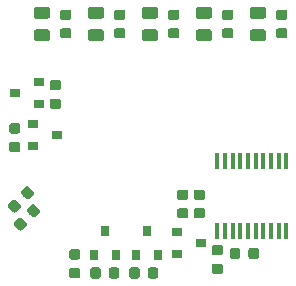
<source format=gbr>
G04 #@! TF.GenerationSoftware,KiCad,Pcbnew,(5.1.2)-1*
G04 #@! TF.CreationDate,2019-08-24T00:01:25+03:00*
G04 #@! TF.ProjectId,PomodoroTomatoTimer,506f6d6f-646f-4726-9f54-6f6d61746f54,rev?*
G04 #@! TF.SameCoordinates,Original*
G04 #@! TF.FileFunction,Paste,Top*
G04 #@! TF.FilePolarity,Positive*
%FSLAX46Y46*%
G04 Gerber Fmt 4.6, Leading zero omitted, Abs format (unit mm)*
G04 Created by KiCad (PCBNEW (5.1.2)-1) date 2019-08-24 00:01:25*
%MOMM*%
%LPD*%
G04 APERTURE LIST*
%ADD10C,0.100000*%
%ADD11C,0.975000*%
%ADD12C,0.875000*%
%ADD13R,0.450000X1.450000*%
%ADD14R,0.900000X0.800000*%
%ADD15R,0.800000X0.900000*%
G04 APERTURE END LIST*
D10*
G36*
X144752142Y-77824174D02*
G01*
X144775803Y-77827684D01*
X144799007Y-77833496D01*
X144821529Y-77841554D01*
X144843153Y-77851782D01*
X144863670Y-77864079D01*
X144882883Y-77878329D01*
X144900607Y-77894393D01*
X144916671Y-77912117D01*
X144930921Y-77931330D01*
X144943218Y-77951847D01*
X144953446Y-77973471D01*
X144961504Y-77995993D01*
X144967316Y-78019197D01*
X144970826Y-78042858D01*
X144972000Y-78066750D01*
X144972000Y-78554250D01*
X144970826Y-78578142D01*
X144967316Y-78601803D01*
X144961504Y-78625007D01*
X144953446Y-78647529D01*
X144943218Y-78669153D01*
X144930921Y-78689670D01*
X144916671Y-78708883D01*
X144900607Y-78726607D01*
X144882883Y-78742671D01*
X144863670Y-78756921D01*
X144843153Y-78769218D01*
X144821529Y-78779446D01*
X144799007Y-78787504D01*
X144775803Y-78793316D01*
X144752142Y-78796826D01*
X144728250Y-78798000D01*
X143815750Y-78798000D01*
X143791858Y-78796826D01*
X143768197Y-78793316D01*
X143744993Y-78787504D01*
X143722471Y-78779446D01*
X143700847Y-78769218D01*
X143680330Y-78756921D01*
X143661117Y-78742671D01*
X143643393Y-78726607D01*
X143627329Y-78708883D01*
X143613079Y-78689670D01*
X143600782Y-78669153D01*
X143590554Y-78647529D01*
X143582496Y-78625007D01*
X143576684Y-78601803D01*
X143573174Y-78578142D01*
X143572000Y-78554250D01*
X143572000Y-78066750D01*
X143573174Y-78042858D01*
X143576684Y-78019197D01*
X143582496Y-77995993D01*
X143590554Y-77973471D01*
X143600782Y-77951847D01*
X143613079Y-77931330D01*
X143627329Y-77912117D01*
X143643393Y-77894393D01*
X143661117Y-77878329D01*
X143680330Y-77864079D01*
X143700847Y-77851782D01*
X143722471Y-77841554D01*
X143744993Y-77833496D01*
X143768197Y-77827684D01*
X143791858Y-77824174D01*
X143815750Y-77823000D01*
X144728250Y-77823000D01*
X144752142Y-77824174D01*
X144752142Y-77824174D01*
G37*
D11*
X144272000Y-78310500D03*
D10*
G36*
X144752142Y-79699174D02*
G01*
X144775803Y-79702684D01*
X144799007Y-79708496D01*
X144821529Y-79716554D01*
X144843153Y-79726782D01*
X144863670Y-79739079D01*
X144882883Y-79753329D01*
X144900607Y-79769393D01*
X144916671Y-79787117D01*
X144930921Y-79806330D01*
X144943218Y-79826847D01*
X144953446Y-79848471D01*
X144961504Y-79870993D01*
X144967316Y-79894197D01*
X144970826Y-79917858D01*
X144972000Y-79941750D01*
X144972000Y-80429250D01*
X144970826Y-80453142D01*
X144967316Y-80476803D01*
X144961504Y-80500007D01*
X144953446Y-80522529D01*
X144943218Y-80544153D01*
X144930921Y-80564670D01*
X144916671Y-80583883D01*
X144900607Y-80601607D01*
X144882883Y-80617671D01*
X144863670Y-80631921D01*
X144843153Y-80644218D01*
X144821529Y-80654446D01*
X144799007Y-80662504D01*
X144775803Y-80668316D01*
X144752142Y-80671826D01*
X144728250Y-80673000D01*
X143815750Y-80673000D01*
X143791858Y-80671826D01*
X143768197Y-80668316D01*
X143744993Y-80662504D01*
X143722471Y-80654446D01*
X143700847Y-80644218D01*
X143680330Y-80631921D01*
X143661117Y-80617671D01*
X143643393Y-80601607D01*
X143627329Y-80583883D01*
X143613079Y-80564670D01*
X143600782Y-80544153D01*
X143590554Y-80522529D01*
X143582496Y-80500007D01*
X143576684Y-80476803D01*
X143573174Y-80453142D01*
X143572000Y-80429250D01*
X143572000Y-79941750D01*
X143573174Y-79917858D01*
X143576684Y-79894197D01*
X143582496Y-79870993D01*
X143590554Y-79848471D01*
X143600782Y-79826847D01*
X143613079Y-79806330D01*
X143627329Y-79787117D01*
X143643393Y-79769393D01*
X143661117Y-79753329D01*
X143680330Y-79739079D01*
X143700847Y-79726782D01*
X143722471Y-79716554D01*
X143744993Y-79708496D01*
X143768197Y-79702684D01*
X143791858Y-79699174D01*
X143815750Y-79698000D01*
X144728250Y-79698000D01*
X144752142Y-79699174D01*
X144752142Y-79699174D01*
G37*
D11*
X144272000Y-80185500D03*
D10*
G36*
X148728691Y-98205053D02*
G01*
X148749926Y-98208203D01*
X148770750Y-98213419D01*
X148790962Y-98220651D01*
X148810368Y-98229830D01*
X148828781Y-98240866D01*
X148846024Y-98253654D01*
X148861930Y-98268070D01*
X148876346Y-98283976D01*
X148889134Y-98301219D01*
X148900170Y-98319632D01*
X148909349Y-98339038D01*
X148916581Y-98359250D01*
X148921797Y-98380074D01*
X148924947Y-98401309D01*
X148926000Y-98422750D01*
X148926000Y-98935250D01*
X148924947Y-98956691D01*
X148921797Y-98977926D01*
X148916581Y-98998750D01*
X148909349Y-99018962D01*
X148900170Y-99038368D01*
X148889134Y-99056781D01*
X148876346Y-99074024D01*
X148861930Y-99089930D01*
X148846024Y-99104346D01*
X148828781Y-99117134D01*
X148810368Y-99128170D01*
X148790962Y-99137349D01*
X148770750Y-99144581D01*
X148749926Y-99149797D01*
X148728691Y-99152947D01*
X148707250Y-99154000D01*
X148269750Y-99154000D01*
X148248309Y-99152947D01*
X148227074Y-99149797D01*
X148206250Y-99144581D01*
X148186038Y-99137349D01*
X148166632Y-99128170D01*
X148148219Y-99117134D01*
X148130976Y-99104346D01*
X148115070Y-99089930D01*
X148100654Y-99074024D01*
X148087866Y-99056781D01*
X148076830Y-99038368D01*
X148067651Y-99018962D01*
X148060419Y-98998750D01*
X148055203Y-98977926D01*
X148052053Y-98956691D01*
X148051000Y-98935250D01*
X148051000Y-98422750D01*
X148052053Y-98401309D01*
X148055203Y-98380074D01*
X148060419Y-98359250D01*
X148067651Y-98339038D01*
X148076830Y-98319632D01*
X148087866Y-98301219D01*
X148100654Y-98283976D01*
X148115070Y-98268070D01*
X148130976Y-98253654D01*
X148148219Y-98240866D01*
X148166632Y-98229830D01*
X148186038Y-98220651D01*
X148206250Y-98213419D01*
X148227074Y-98208203D01*
X148248309Y-98205053D01*
X148269750Y-98204000D01*
X148707250Y-98204000D01*
X148728691Y-98205053D01*
X148728691Y-98205053D01*
G37*
D12*
X148488500Y-98679000D03*
D10*
G36*
X147153691Y-98205053D02*
G01*
X147174926Y-98208203D01*
X147195750Y-98213419D01*
X147215962Y-98220651D01*
X147235368Y-98229830D01*
X147253781Y-98240866D01*
X147271024Y-98253654D01*
X147286930Y-98268070D01*
X147301346Y-98283976D01*
X147314134Y-98301219D01*
X147325170Y-98319632D01*
X147334349Y-98339038D01*
X147341581Y-98359250D01*
X147346797Y-98380074D01*
X147349947Y-98401309D01*
X147351000Y-98422750D01*
X147351000Y-98935250D01*
X147349947Y-98956691D01*
X147346797Y-98977926D01*
X147341581Y-98998750D01*
X147334349Y-99018962D01*
X147325170Y-99038368D01*
X147314134Y-99056781D01*
X147301346Y-99074024D01*
X147286930Y-99089930D01*
X147271024Y-99104346D01*
X147253781Y-99117134D01*
X147235368Y-99128170D01*
X147215962Y-99137349D01*
X147195750Y-99144581D01*
X147174926Y-99149797D01*
X147153691Y-99152947D01*
X147132250Y-99154000D01*
X146694750Y-99154000D01*
X146673309Y-99152947D01*
X146652074Y-99149797D01*
X146631250Y-99144581D01*
X146611038Y-99137349D01*
X146591632Y-99128170D01*
X146573219Y-99117134D01*
X146555976Y-99104346D01*
X146540070Y-99089930D01*
X146525654Y-99074024D01*
X146512866Y-99056781D01*
X146501830Y-99038368D01*
X146492651Y-99018962D01*
X146485419Y-98998750D01*
X146480203Y-98977926D01*
X146477053Y-98956691D01*
X146476000Y-98935250D01*
X146476000Y-98422750D01*
X146477053Y-98401309D01*
X146480203Y-98380074D01*
X146485419Y-98359250D01*
X146492651Y-98339038D01*
X146501830Y-98319632D01*
X146512866Y-98301219D01*
X146525654Y-98283976D01*
X146540070Y-98268070D01*
X146555976Y-98253654D01*
X146573219Y-98240866D01*
X146591632Y-98229830D01*
X146611038Y-98220651D01*
X146631250Y-98213419D01*
X146652074Y-98208203D01*
X146673309Y-98205053D01*
X146694750Y-98204000D01*
X147132250Y-98204000D01*
X147153691Y-98205053D01*
X147153691Y-98205053D01*
G37*
D12*
X146913500Y-98679000D03*
D10*
G36*
X145688691Y-99538053D02*
G01*
X145709926Y-99541203D01*
X145730750Y-99546419D01*
X145750962Y-99553651D01*
X145770368Y-99562830D01*
X145788781Y-99573866D01*
X145806024Y-99586654D01*
X145821930Y-99601070D01*
X145836346Y-99616976D01*
X145849134Y-99634219D01*
X145860170Y-99652632D01*
X145869349Y-99672038D01*
X145876581Y-99692250D01*
X145881797Y-99713074D01*
X145884947Y-99734309D01*
X145886000Y-99755750D01*
X145886000Y-100193250D01*
X145884947Y-100214691D01*
X145881797Y-100235926D01*
X145876581Y-100256750D01*
X145869349Y-100276962D01*
X145860170Y-100296368D01*
X145849134Y-100314781D01*
X145836346Y-100332024D01*
X145821930Y-100347930D01*
X145806024Y-100362346D01*
X145788781Y-100375134D01*
X145770368Y-100386170D01*
X145750962Y-100395349D01*
X145730750Y-100402581D01*
X145709926Y-100407797D01*
X145688691Y-100410947D01*
X145667250Y-100412000D01*
X145154750Y-100412000D01*
X145133309Y-100410947D01*
X145112074Y-100407797D01*
X145091250Y-100402581D01*
X145071038Y-100395349D01*
X145051632Y-100386170D01*
X145033219Y-100375134D01*
X145015976Y-100362346D01*
X145000070Y-100347930D01*
X144985654Y-100332024D01*
X144972866Y-100314781D01*
X144961830Y-100296368D01*
X144952651Y-100276962D01*
X144945419Y-100256750D01*
X144940203Y-100235926D01*
X144937053Y-100214691D01*
X144936000Y-100193250D01*
X144936000Y-99755750D01*
X144937053Y-99734309D01*
X144940203Y-99713074D01*
X144945419Y-99692250D01*
X144952651Y-99672038D01*
X144961830Y-99652632D01*
X144972866Y-99634219D01*
X144985654Y-99616976D01*
X145000070Y-99601070D01*
X145015976Y-99586654D01*
X145033219Y-99573866D01*
X145051632Y-99562830D01*
X145071038Y-99553651D01*
X145091250Y-99546419D01*
X145112074Y-99541203D01*
X145133309Y-99538053D01*
X145154750Y-99537000D01*
X145667250Y-99537000D01*
X145688691Y-99538053D01*
X145688691Y-99538053D01*
G37*
D12*
X145411000Y-99974500D03*
D10*
G36*
X145688691Y-97963053D02*
G01*
X145709926Y-97966203D01*
X145730750Y-97971419D01*
X145750962Y-97978651D01*
X145770368Y-97987830D01*
X145788781Y-97998866D01*
X145806024Y-98011654D01*
X145821930Y-98026070D01*
X145836346Y-98041976D01*
X145849134Y-98059219D01*
X145860170Y-98077632D01*
X145869349Y-98097038D01*
X145876581Y-98117250D01*
X145881797Y-98138074D01*
X145884947Y-98159309D01*
X145886000Y-98180750D01*
X145886000Y-98618250D01*
X145884947Y-98639691D01*
X145881797Y-98660926D01*
X145876581Y-98681750D01*
X145869349Y-98701962D01*
X145860170Y-98721368D01*
X145849134Y-98739781D01*
X145836346Y-98757024D01*
X145821930Y-98772930D01*
X145806024Y-98787346D01*
X145788781Y-98800134D01*
X145770368Y-98811170D01*
X145750962Y-98820349D01*
X145730750Y-98827581D01*
X145709926Y-98832797D01*
X145688691Y-98835947D01*
X145667250Y-98837000D01*
X145154750Y-98837000D01*
X145133309Y-98835947D01*
X145112074Y-98832797D01*
X145091250Y-98827581D01*
X145071038Y-98820349D01*
X145051632Y-98811170D01*
X145033219Y-98800134D01*
X145015976Y-98787346D01*
X145000070Y-98772930D01*
X144985654Y-98757024D01*
X144972866Y-98739781D01*
X144961830Y-98721368D01*
X144952651Y-98701962D01*
X144945419Y-98681750D01*
X144940203Y-98660926D01*
X144937053Y-98639691D01*
X144936000Y-98618250D01*
X144936000Y-98180750D01*
X144937053Y-98159309D01*
X144940203Y-98138074D01*
X144945419Y-98117250D01*
X144952651Y-98097038D01*
X144961830Y-98077632D01*
X144972866Y-98059219D01*
X144985654Y-98041976D01*
X145000070Y-98026070D01*
X145015976Y-98011654D01*
X145033219Y-97998866D01*
X145051632Y-97987830D01*
X145071038Y-97978651D01*
X145091250Y-97971419D01*
X145112074Y-97966203D01*
X145133309Y-97963053D01*
X145154750Y-97962000D01*
X145667250Y-97962000D01*
X145688691Y-97963053D01*
X145688691Y-97963053D01*
G37*
D12*
X145411000Y-98399500D03*
D13*
X145411000Y-96760000D03*
X146061000Y-96760000D03*
X146711000Y-96760000D03*
X147361000Y-96760000D03*
X148011000Y-96760000D03*
X148661000Y-96760000D03*
X149311000Y-96760000D03*
X149961000Y-96760000D03*
X150611000Y-96760000D03*
X151261000Y-96760000D03*
X151261000Y-90860000D03*
X150611000Y-90860000D03*
X149961000Y-90860000D03*
X149311000Y-90860000D03*
X148661000Y-90860000D03*
X148011000Y-90860000D03*
X147361000Y-90860000D03*
X146711000Y-90860000D03*
X146061000Y-90860000D03*
X145411000Y-90860000D03*
D10*
G36*
X131036142Y-77824174D02*
G01*
X131059803Y-77827684D01*
X131083007Y-77833496D01*
X131105529Y-77841554D01*
X131127153Y-77851782D01*
X131147670Y-77864079D01*
X131166883Y-77878329D01*
X131184607Y-77894393D01*
X131200671Y-77912117D01*
X131214921Y-77931330D01*
X131227218Y-77951847D01*
X131237446Y-77973471D01*
X131245504Y-77995993D01*
X131251316Y-78019197D01*
X131254826Y-78042858D01*
X131256000Y-78066750D01*
X131256000Y-78554250D01*
X131254826Y-78578142D01*
X131251316Y-78601803D01*
X131245504Y-78625007D01*
X131237446Y-78647529D01*
X131227218Y-78669153D01*
X131214921Y-78689670D01*
X131200671Y-78708883D01*
X131184607Y-78726607D01*
X131166883Y-78742671D01*
X131147670Y-78756921D01*
X131127153Y-78769218D01*
X131105529Y-78779446D01*
X131083007Y-78787504D01*
X131059803Y-78793316D01*
X131036142Y-78796826D01*
X131012250Y-78798000D01*
X130099750Y-78798000D01*
X130075858Y-78796826D01*
X130052197Y-78793316D01*
X130028993Y-78787504D01*
X130006471Y-78779446D01*
X129984847Y-78769218D01*
X129964330Y-78756921D01*
X129945117Y-78742671D01*
X129927393Y-78726607D01*
X129911329Y-78708883D01*
X129897079Y-78689670D01*
X129884782Y-78669153D01*
X129874554Y-78647529D01*
X129866496Y-78625007D01*
X129860684Y-78601803D01*
X129857174Y-78578142D01*
X129856000Y-78554250D01*
X129856000Y-78066750D01*
X129857174Y-78042858D01*
X129860684Y-78019197D01*
X129866496Y-77995993D01*
X129874554Y-77973471D01*
X129884782Y-77951847D01*
X129897079Y-77931330D01*
X129911329Y-77912117D01*
X129927393Y-77894393D01*
X129945117Y-77878329D01*
X129964330Y-77864079D01*
X129984847Y-77851782D01*
X130006471Y-77841554D01*
X130028993Y-77833496D01*
X130052197Y-77827684D01*
X130075858Y-77824174D01*
X130099750Y-77823000D01*
X131012250Y-77823000D01*
X131036142Y-77824174D01*
X131036142Y-77824174D01*
G37*
D11*
X130556000Y-78310500D03*
D10*
G36*
X131036142Y-79699174D02*
G01*
X131059803Y-79702684D01*
X131083007Y-79708496D01*
X131105529Y-79716554D01*
X131127153Y-79726782D01*
X131147670Y-79739079D01*
X131166883Y-79753329D01*
X131184607Y-79769393D01*
X131200671Y-79787117D01*
X131214921Y-79806330D01*
X131227218Y-79826847D01*
X131237446Y-79848471D01*
X131245504Y-79870993D01*
X131251316Y-79894197D01*
X131254826Y-79917858D01*
X131256000Y-79941750D01*
X131256000Y-80429250D01*
X131254826Y-80453142D01*
X131251316Y-80476803D01*
X131245504Y-80500007D01*
X131237446Y-80522529D01*
X131227218Y-80544153D01*
X131214921Y-80564670D01*
X131200671Y-80583883D01*
X131184607Y-80601607D01*
X131166883Y-80617671D01*
X131147670Y-80631921D01*
X131127153Y-80644218D01*
X131105529Y-80654446D01*
X131083007Y-80662504D01*
X131059803Y-80668316D01*
X131036142Y-80671826D01*
X131012250Y-80673000D01*
X130099750Y-80673000D01*
X130075858Y-80671826D01*
X130052197Y-80668316D01*
X130028993Y-80662504D01*
X130006471Y-80654446D01*
X129984847Y-80644218D01*
X129964330Y-80631921D01*
X129945117Y-80617671D01*
X129927393Y-80601607D01*
X129911329Y-80583883D01*
X129897079Y-80564670D01*
X129884782Y-80544153D01*
X129874554Y-80522529D01*
X129866496Y-80500007D01*
X129860684Y-80476803D01*
X129857174Y-80453142D01*
X129856000Y-80429250D01*
X129856000Y-79941750D01*
X129857174Y-79917858D01*
X129860684Y-79894197D01*
X129866496Y-79870993D01*
X129874554Y-79848471D01*
X129884782Y-79826847D01*
X129897079Y-79806330D01*
X129911329Y-79787117D01*
X129927393Y-79769393D01*
X129945117Y-79753329D01*
X129964330Y-79739079D01*
X129984847Y-79726782D01*
X130006471Y-79716554D01*
X130028993Y-79708496D01*
X130052197Y-79702684D01*
X130075858Y-79699174D01*
X130099750Y-79698000D01*
X131012250Y-79698000D01*
X131036142Y-79699174D01*
X131036142Y-79699174D01*
G37*
D11*
X130556000Y-80185500D03*
D10*
G36*
X135608142Y-79699174D02*
G01*
X135631803Y-79702684D01*
X135655007Y-79708496D01*
X135677529Y-79716554D01*
X135699153Y-79726782D01*
X135719670Y-79739079D01*
X135738883Y-79753329D01*
X135756607Y-79769393D01*
X135772671Y-79787117D01*
X135786921Y-79806330D01*
X135799218Y-79826847D01*
X135809446Y-79848471D01*
X135817504Y-79870993D01*
X135823316Y-79894197D01*
X135826826Y-79917858D01*
X135828000Y-79941750D01*
X135828000Y-80429250D01*
X135826826Y-80453142D01*
X135823316Y-80476803D01*
X135817504Y-80500007D01*
X135809446Y-80522529D01*
X135799218Y-80544153D01*
X135786921Y-80564670D01*
X135772671Y-80583883D01*
X135756607Y-80601607D01*
X135738883Y-80617671D01*
X135719670Y-80631921D01*
X135699153Y-80644218D01*
X135677529Y-80654446D01*
X135655007Y-80662504D01*
X135631803Y-80668316D01*
X135608142Y-80671826D01*
X135584250Y-80673000D01*
X134671750Y-80673000D01*
X134647858Y-80671826D01*
X134624197Y-80668316D01*
X134600993Y-80662504D01*
X134578471Y-80654446D01*
X134556847Y-80644218D01*
X134536330Y-80631921D01*
X134517117Y-80617671D01*
X134499393Y-80601607D01*
X134483329Y-80583883D01*
X134469079Y-80564670D01*
X134456782Y-80544153D01*
X134446554Y-80522529D01*
X134438496Y-80500007D01*
X134432684Y-80476803D01*
X134429174Y-80453142D01*
X134428000Y-80429250D01*
X134428000Y-79941750D01*
X134429174Y-79917858D01*
X134432684Y-79894197D01*
X134438496Y-79870993D01*
X134446554Y-79848471D01*
X134456782Y-79826847D01*
X134469079Y-79806330D01*
X134483329Y-79787117D01*
X134499393Y-79769393D01*
X134517117Y-79753329D01*
X134536330Y-79739079D01*
X134556847Y-79726782D01*
X134578471Y-79716554D01*
X134600993Y-79708496D01*
X134624197Y-79702684D01*
X134647858Y-79699174D01*
X134671750Y-79698000D01*
X135584250Y-79698000D01*
X135608142Y-79699174D01*
X135608142Y-79699174D01*
G37*
D11*
X135128000Y-80185500D03*
D10*
G36*
X135608142Y-77824174D02*
G01*
X135631803Y-77827684D01*
X135655007Y-77833496D01*
X135677529Y-77841554D01*
X135699153Y-77851782D01*
X135719670Y-77864079D01*
X135738883Y-77878329D01*
X135756607Y-77894393D01*
X135772671Y-77912117D01*
X135786921Y-77931330D01*
X135799218Y-77951847D01*
X135809446Y-77973471D01*
X135817504Y-77995993D01*
X135823316Y-78019197D01*
X135826826Y-78042858D01*
X135828000Y-78066750D01*
X135828000Y-78554250D01*
X135826826Y-78578142D01*
X135823316Y-78601803D01*
X135817504Y-78625007D01*
X135809446Y-78647529D01*
X135799218Y-78669153D01*
X135786921Y-78689670D01*
X135772671Y-78708883D01*
X135756607Y-78726607D01*
X135738883Y-78742671D01*
X135719670Y-78756921D01*
X135699153Y-78769218D01*
X135677529Y-78779446D01*
X135655007Y-78787504D01*
X135631803Y-78793316D01*
X135608142Y-78796826D01*
X135584250Y-78798000D01*
X134671750Y-78798000D01*
X134647858Y-78796826D01*
X134624197Y-78793316D01*
X134600993Y-78787504D01*
X134578471Y-78779446D01*
X134556847Y-78769218D01*
X134536330Y-78756921D01*
X134517117Y-78742671D01*
X134499393Y-78726607D01*
X134483329Y-78708883D01*
X134469079Y-78689670D01*
X134456782Y-78669153D01*
X134446554Y-78647529D01*
X134438496Y-78625007D01*
X134432684Y-78601803D01*
X134429174Y-78578142D01*
X134428000Y-78554250D01*
X134428000Y-78066750D01*
X134429174Y-78042858D01*
X134432684Y-78019197D01*
X134438496Y-77995993D01*
X134446554Y-77973471D01*
X134456782Y-77951847D01*
X134469079Y-77931330D01*
X134483329Y-77912117D01*
X134499393Y-77894393D01*
X134517117Y-77878329D01*
X134536330Y-77864079D01*
X134556847Y-77851782D01*
X134578471Y-77841554D01*
X134600993Y-77833496D01*
X134624197Y-77827684D01*
X134647858Y-77824174D01*
X134671750Y-77823000D01*
X135584250Y-77823000D01*
X135608142Y-77824174D01*
X135608142Y-77824174D01*
G37*
D11*
X135128000Y-78310500D03*
D10*
G36*
X140180142Y-79699174D02*
G01*
X140203803Y-79702684D01*
X140227007Y-79708496D01*
X140249529Y-79716554D01*
X140271153Y-79726782D01*
X140291670Y-79739079D01*
X140310883Y-79753329D01*
X140328607Y-79769393D01*
X140344671Y-79787117D01*
X140358921Y-79806330D01*
X140371218Y-79826847D01*
X140381446Y-79848471D01*
X140389504Y-79870993D01*
X140395316Y-79894197D01*
X140398826Y-79917858D01*
X140400000Y-79941750D01*
X140400000Y-80429250D01*
X140398826Y-80453142D01*
X140395316Y-80476803D01*
X140389504Y-80500007D01*
X140381446Y-80522529D01*
X140371218Y-80544153D01*
X140358921Y-80564670D01*
X140344671Y-80583883D01*
X140328607Y-80601607D01*
X140310883Y-80617671D01*
X140291670Y-80631921D01*
X140271153Y-80644218D01*
X140249529Y-80654446D01*
X140227007Y-80662504D01*
X140203803Y-80668316D01*
X140180142Y-80671826D01*
X140156250Y-80673000D01*
X139243750Y-80673000D01*
X139219858Y-80671826D01*
X139196197Y-80668316D01*
X139172993Y-80662504D01*
X139150471Y-80654446D01*
X139128847Y-80644218D01*
X139108330Y-80631921D01*
X139089117Y-80617671D01*
X139071393Y-80601607D01*
X139055329Y-80583883D01*
X139041079Y-80564670D01*
X139028782Y-80544153D01*
X139018554Y-80522529D01*
X139010496Y-80500007D01*
X139004684Y-80476803D01*
X139001174Y-80453142D01*
X139000000Y-80429250D01*
X139000000Y-79941750D01*
X139001174Y-79917858D01*
X139004684Y-79894197D01*
X139010496Y-79870993D01*
X139018554Y-79848471D01*
X139028782Y-79826847D01*
X139041079Y-79806330D01*
X139055329Y-79787117D01*
X139071393Y-79769393D01*
X139089117Y-79753329D01*
X139108330Y-79739079D01*
X139128847Y-79726782D01*
X139150471Y-79716554D01*
X139172993Y-79708496D01*
X139196197Y-79702684D01*
X139219858Y-79699174D01*
X139243750Y-79698000D01*
X140156250Y-79698000D01*
X140180142Y-79699174D01*
X140180142Y-79699174D01*
G37*
D11*
X139700000Y-80185500D03*
D10*
G36*
X140180142Y-77824174D02*
G01*
X140203803Y-77827684D01*
X140227007Y-77833496D01*
X140249529Y-77841554D01*
X140271153Y-77851782D01*
X140291670Y-77864079D01*
X140310883Y-77878329D01*
X140328607Y-77894393D01*
X140344671Y-77912117D01*
X140358921Y-77931330D01*
X140371218Y-77951847D01*
X140381446Y-77973471D01*
X140389504Y-77995993D01*
X140395316Y-78019197D01*
X140398826Y-78042858D01*
X140400000Y-78066750D01*
X140400000Y-78554250D01*
X140398826Y-78578142D01*
X140395316Y-78601803D01*
X140389504Y-78625007D01*
X140381446Y-78647529D01*
X140371218Y-78669153D01*
X140358921Y-78689670D01*
X140344671Y-78708883D01*
X140328607Y-78726607D01*
X140310883Y-78742671D01*
X140291670Y-78756921D01*
X140271153Y-78769218D01*
X140249529Y-78779446D01*
X140227007Y-78787504D01*
X140203803Y-78793316D01*
X140180142Y-78796826D01*
X140156250Y-78798000D01*
X139243750Y-78798000D01*
X139219858Y-78796826D01*
X139196197Y-78793316D01*
X139172993Y-78787504D01*
X139150471Y-78779446D01*
X139128847Y-78769218D01*
X139108330Y-78756921D01*
X139089117Y-78742671D01*
X139071393Y-78726607D01*
X139055329Y-78708883D01*
X139041079Y-78689670D01*
X139028782Y-78669153D01*
X139018554Y-78647529D01*
X139010496Y-78625007D01*
X139004684Y-78601803D01*
X139001174Y-78578142D01*
X139000000Y-78554250D01*
X139000000Y-78066750D01*
X139001174Y-78042858D01*
X139004684Y-78019197D01*
X139010496Y-77995993D01*
X139018554Y-77973471D01*
X139028782Y-77951847D01*
X139041079Y-77931330D01*
X139055329Y-77912117D01*
X139071393Y-77894393D01*
X139089117Y-77878329D01*
X139108330Y-77864079D01*
X139128847Y-77851782D01*
X139150471Y-77841554D01*
X139172993Y-77833496D01*
X139196197Y-77827684D01*
X139219858Y-77824174D01*
X139243750Y-77823000D01*
X140156250Y-77823000D01*
X140180142Y-77824174D01*
X140180142Y-77824174D01*
G37*
D11*
X139700000Y-78310500D03*
D10*
G36*
X149324142Y-79699174D02*
G01*
X149347803Y-79702684D01*
X149371007Y-79708496D01*
X149393529Y-79716554D01*
X149415153Y-79726782D01*
X149435670Y-79739079D01*
X149454883Y-79753329D01*
X149472607Y-79769393D01*
X149488671Y-79787117D01*
X149502921Y-79806330D01*
X149515218Y-79826847D01*
X149525446Y-79848471D01*
X149533504Y-79870993D01*
X149539316Y-79894197D01*
X149542826Y-79917858D01*
X149544000Y-79941750D01*
X149544000Y-80429250D01*
X149542826Y-80453142D01*
X149539316Y-80476803D01*
X149533504Y-80500007D01*
X149525446Y-80522529D01*
X149515218Y-80544153D01*
X149502921Y-80564670D01*
X149488671Y-80583883D01*
X149472607Y-80601607D01*
X149454883Y-80617671D01*
X149435670Y-80631921D01*
X149415153Y-80644218D01*
X149393529Y-80654446D01*
X149371007Y-80662504D01*
X149347803Y-80668316D01*
X149324142Y-80671826D01*
X149300250Y-80673000D01*
X148387750Y-80673000D01*
X148363858Y-80671826D01*
X148340197Y-80668316D01*
X148316993Y-80662504D01*
X148294471Y-80654446D01*
X148272847Y-80644218D01*
X148252330Y-80631921D01*
X148233117Y-80617671D01*
X148215393Y-80601607D01*
X148199329Y-80583883D01*
X148185079Y-80564670D01*
X148172782Y-80544153D01*
X148162554Y-80522529D01*
X148154496Y-80500007D01*
X148148684Y-80476803D01*
X148145174Y-80453142D01*
X148144000Y-80429250D01*
X148144000Y-79941750D01*
X148145174Y-79917858D01*
X148148684Y-79894197D01*
X148154496Y-79870993D01*
X148162554Y-79848471D01*
X148172782Y-79826847D01*
X148185079Y-79806330D01*
X148199329Y-79787117D01*
X148215393Y-79769393D01*
X148233117Y-79753329D01*
X148252330Y-79739079D01*
X148272847Y-79726782D01*
X148294471Y-79716554D01*
X148316993Y-79708496D01*
X148340197Y-79702684D01*
X148363858Y-79699174D01*
X148387750Y-79698000D01*
X149300250Y-79698000D01*
X149324142Y-79699174D01*
X149324142Y-79699174D01*
G37*
D11*
X148844000Y-80185500D03*
D10*
G36*
X149324142Y-77824174D02*
G01*
X149347803Y-77827684D01*
X149371007Y-77833496D01*
X149393529Y-77841554D01*
X149415153Y-77851782D01*
X149435670Y-77864079D01*
X149454883Y-77878329D01*
X149472607Y-77894393D01*
X149488671Y-77912117D01*
X149502921Y-77931330D01*
X149515218Y-77951847D01*
X149525446Y-77973471D01*
X149533504Y-77995993D01*
X149539316Y-78019197D01*
X149542826Y-78042858D01*
X149544000Y-78066750D01*
X149544000Y-78554250D01*
X149542826Y-78578142D01*
X149539316Y-78601803D01*
X149533504Y-78625007D01*
X149525446Y-78647529D01*
X149515218Y-78669153D01*
X149502921Y-78689670D01*
X149488671Y-78708883D01*
X149472607Y-78726607D01*
X149454883Y-78742671D01*
X149435670Y-78756921D01*
X149415153Y-78769218D01*
X149393529Y-78779446D01*
X149371007Y-78787504D01*
X149347803Y-78793316D01*
X149324142Y-78796826D01*
X149300250Y-78798000D01*
X148387750Y-78798000D01*
X148363858Y-78796826D01*
X148340197Y-78793316D01*
X148316993Y-78787504D01*
X148294471Y-78779446D01*
X148272847Y-78769218D01*
X148252330Y-78756921D01*
X148233117Y-78742671D01*
X148215393Y-78726607D01*
X148199329Y-78708883D01*
X148185079Y-78689670D01*
X148172782Y-78669153D01*
X148162554Y-78647529D01*
X148154496Y-78625007D01*
X148148684Y-78601803D01*
X148145174Y-78578142D01*
X148144000Y-78554250D01*
X148144000Y-78066750D01*
X148145174Y-78042858D01*
X148148684Y-78019197D01*
X148154496Y-77995993D01*
X148162554Y-77973471D01*
X148172782Y-77951847D01*
X148185079Y-77931330D01*
X148199329Y-77912117D01*
X148215393Y-77894393D01*
X148233117Y-77878329D01*
X148252330Y-77864079D01*
X148272847Y-77851782D01*
X148294471Y-77841554D01*
X148316993Y-77833496D01*
X148340197Y-77827684D01*
X148363858Y-77824174D01*
X148387750Y-77823000D01*
X149300250Y-77823000D01*
X149324142Y-77824174D01*
X149324142Y-77824174D01*
G37*
D11*
X148844000Y-78310500D03*
D10*
G36*
X132865691Y-78024053D02*
G01*
X132886926Y-78027203D01*
X132907750Y-78032419D01*
X132927962Y-78039651D01*
X132947368Y-78048830D01*
X132965781Y-78059866D01*
X132983024Y-78072654D01*
X132998930Y-78087070D01*
X133013346Y-78102976D01*
X133026134Y-78120219D01*
X133037170Y-78138632D01*
X133046349Y-78158038D01*
X133053581Y-78178250D01*
X133058797Y-78199074D01*
X133061947Y-78220309D01*
X133063000Y-78241750D01*
X133063000Y-78679250D01*
X133061947Y-78700691D01*
X133058797Y-78721926D01*
X133053581Y-78742750D01*
X133046349Y-78762962D01*
X133037170Y-78782368D01*
X133026134Y-78800781D01*
X133013346Y-78818024D01*
X132998930Y-78833930D01*
X132983024Y-78848346D01*
X132965781Y-78861134D01*
X132947368Y-78872170D01*
X132927962Y-78881349D01*
X132907750Y-78888581D01*
X132886926Y-78893797D01*
X132865691Y-78896947D01*
X132844250Y-78898000D01*
X132331750Y-78898000D01*
X132310309Y-78896947D01*
X132289074Y-78893797D01*
X132268250Y-78888581D01*
X132248038Y-78881349D01*
X132228632Y-78872170D01*
X132210219Y-78861134D01*
X132192976Y-78848346D01*
X132177070Y-78833930D01*
X132162654Y-78818024D01*
X132149866Y-78800781D01*
X132138830Y-78782368D01*
X132129651Y-78762962D01*
X132122419Y-78742750D01*
X132117203Y-78721926D01*
X132114053Y-78700691D01*
X132113000Y-78679250D01*
X132113000Y-78241750D01*
X132114053Y-78220309D01*
X132117203Y-78199074D01*
X132122419Y-78178250D01*
X132129651Y-78158038D01*
X132138830Y-78138632D01*
X132149866Y-78120219D01*
X132162654Y-78102976D01*
X132177070Y-78087070D01*
X132192976Y-78072654D01*
X132210219Y-78059866D01*
X132228632Y-78048830D01*
X132248038Y-78039651D01*
X132268250Y-78032419D01*
X132289074Y-78027203D01*
X132310309Y-78024053D01*
X132331750Y-78023000D01*
X132844250Y-78023000D01*
X132865691Y-78024053D01*
X132865691Y-78024053D01*
G37*
D12*
X132588000Y-78460500D03*
D10*
G36*
X132865691Y-79599053D02*
G01*
X132886926Y-79602203D01*
X132907750Y-79607419D01*
X132927962Y-79614651D01*
X132947368Y-79623830D01*
X132965781Y-79634866D01*
X132983024Y-79647654D01*
X132998930Y-79662070D01*
X133013346Y-79677976D01*
X133026134Y-79695219D01*
X133037170Y-79713632D01*
X133046349Y-79733038D01*
X133053581Y-79753250D01*
X133058797Y-79774074D01*
X133061947Y-79795309D01*
X133063000Y-79816750D01*
X133063000Y-80254250D01*
X133061947Y-80275691D01*
X133058797Y-80296926D01*
X133053581Y-80317750D01*
X133046349Y-80337962D01*
X133037170Y-80357368D01*
X133026134Y-80375781D01*
X133013346Y-80393024D01*
X132998930Y-80408930D01*
X132983024Y-80423346D01*
X132965781Y-80436134D01*
X132947368Y-80447170D01*
X132927962Y-80456349D01*
X132907750Y-80463581D01*
X132886926Y-80468797D01*
X132865691Y-80471947D01*
X132844250Y-80473000D01*
X132331750Y-80473000D01*
X132310309Y-80471947D01*
X132289074Y-80468797D01*
X132268250Y-80463581D01*
X132248038Y-80456349D01*
X132228632Y-80447170D01*
X132210219Y-80436134D01*
X132192976Y-80423346D01*
X132177070Y-80408930D01*
X132162654Y-80393024D01*
X132149866Y-80375781D01*
X132138830Y-80357368D01*
X132129651Y-80337962D01*
X132122419Y-80317750D01*
X132117203Y-80296926D01*
X132114053Y-80275691D01*
X132113000Y-80254250D01*
X132113000Y-79816750D01*
X132114053Y-79795309D01*
X132117203Y-79774074D01*
X132122419Y-79753250D01*
X132129651Y-79733038D01*
X132138830Y-79713632D01*
X132149866Y-79695219D01*
X132162654Y-79677976D01*
X132177070Y-79662070D01*
X132192976Y-79647654D01*
X132210219Y-79634866D01*
X132228632Y-79623830D01*
X132248038Y-79614651D01*
X132268250Y-79607419D01*
X132289074Y-79602203D01*
X132310309Y-79599053D01*
X132331750Y-79598000D01*
X132844250Y-79598000D01*
X132865691Y-79599053D01*
X132865691Y-79599053D01*
G37*
D12*
X132588000Y-80035500D03*
D10*
G36*
X137437691Y-79599053D02*
G01*
X137458926Y-79602203D01*
X137479750Y-79607419D01*
X137499962Y-79614651D01*
X137519368Y-79623830D01*
X137537781Y-79634866D01*
X137555024Y-79647654D01*
X137570930Y-79662070D01*
X137585346Y-79677976D01*
X137598134Y-79695219D01*
X137609170Y-79713632D01*
X137618349Y-79733038D01*
X137625581Y-79753250D01*
X137630797Y-79774074D01*
X137633947Y-79795309D01*
X137635000Y-79816750D01*
X137635000Y-80254250D01*
X137633947Y-80275691D01*
X137630797Y-80296926D01*
X137625581Y-80317750D01*
X137618349Y-80337962D01*
X137609170Y-80357368D01*
X137598134Y-80375781D01*
X137585346Y-80393024D01*
X137570930Y-80408930D01*
X137555024Y-80423346D01*
X137537781Y-80436134D01*
X137519368Y-80447170D01*
X137499962Y-80456349D01*
X137479750Y-80463581D01*
X137458926Y-80468797D01*
X137437691Y-80471947D01*
X137416250Y-80473000D01*
X136903750Y-80473000D01*
X136882309Y-80471947D01*
X136861074Y-80468797D01*
X136840250Y-80463581D01*
X136820038Y-80456349D01*
X136800632Y-80447170D01*
X136782219Y-80436134D01*
X136764976Y-80423346D01*
X136749070Y-80408930D01*
X136734654Y-80393024D01*
X136721866Y-80375781D01*
X136710830Y-80357368D01*
X136701651Y-80337962D01*
X136694419Y-80317750D01*
X136689203Y-80296926D01*
X136686053Y-80275691D01*
X136685000Y-80254250D01*
X136685000Y-79816750D01*
X136686053Y-79795309D01*
X136689203Y-79774074D01*
X136694419Y-79753250D01*
X136701651Y-79733038D01*
X136710830Y-79713632D01*
X136721866Y-79695219D01*
X136734654Y-79677976D01*
X136749070Y-79662070D01*
X136764976Y-79647654D01*
X136782219Y-79634866D01*
X136800632Y-79623830D01*
X136820038Y-79614651D01*
X136840250Y-79607419D01*
X136861074Y-79602203D01*
X136882309Y-79599053D01*
X136903750Y-79598000D01*
X137416250Y-79598000D01*
X137437691Y-79599053D01*
X137437691Y-79599053D01*
G37*
D12*
X137160000Y-80035500D03*
D10*
G36*
X137437691Y-78024053D02*
G01*
X137458926Y-78027203D01*
X137479750Y-78032419D01*
X137499962Y-78039651D01*
X137519368Y-78048830D01*
X137537781Y-78059866D01*
X137555024Y-78072654D01*
X137570930Y-78087070D01*
X137585346Y-78102976D01*
X137598134Y-78120219D01*
X137609170Y-78138632D01*
X137618349Y-78158038D01*
X137625581Y-78178250D01*
X137630797Y-78199074D01*
X137633947Y-78220309D01*
X137635000Y-78241750D01*
X137635000Y-78679250D01*
X137633947Y-78700691D01*
X137630797Y-78721926D01*
X137625581Y-78742750D01*
X137618349Y-78762962D01*
X137609170Y-78782368D01*
X137598134Y-78800781D01*
X137585346Y-78818024D01*
X137570930Y-78833930D01*
X137555024Y-78848346D01*
X137537781Y-78861134D01*
X137519368Y-78872170D01*
X137499962Y-78881349D01*
X137479750Y-78888581D01*
X137458926Y-78893797D01*
X137437691Y-78896947D01*
X137416250Y-78898000D01*
X136903750Y-78898000D01*
X136882309Y-78896947D01*
X136861074Y-78893797D01*
X136840250Y-78888581D01*
X136820038Y-78881349D01*
X136800632Y-78872170D01*
X136782219Y-78861134D01*
X136764976Y-78848346D01*
X136749070Y-78833930D01*
X136734654Y-78818024D01*
X136721866Y-78800781D01*
X136710830Y-78782368D01*
X136701651Y-78762962D01*
X136694419Y-78742750D01*
X136689203Y-78721926D01*
X136686053Y-78700691D01*
X136685000Y-78679250D01*
X136685000Y-78241750D01*
X136686053Y-78220309D01*
X136689203Y-78199074D01*
X136694419Y-78178250D01*
X136701651Y-78158038D01*
X136710830Y-78138632D01*
X136721866Y-78120219D01*
X136734654Y-78102976D01*
X136749070Y-78087070D01*
X136764976Y-78072654D01*
X136782219Y-78059866D01*
X136800632Y-78048830D01*
X136820038Y-78039651D01*
X136840250Y-78032419D01*
X136861074Y-78027203D01*
X136882309Y-78024053D01*
X136903750Y-78023000D01*
X137416250Y-78023000D01*
X137437691Y-78024053D01*
X137437691Y-78024053D01*
G37*
D12*
X137160000Y-78460500D03*
D10*
G36*
X142009691Y-79599053D02*
G01*
X142030926Y-79602203D01*
X142051750Y-79607419D01*
X142071962Y-79614651D01*
X142091368Y-79623830D01*
X142109781Y-79634866D01*
X142127024Y-79647654D01*
X142142930Y-79662070D01*
X142157346Y-79677976D01*
X142170134Y-79695219D01*
X142181170Y-79713632D01*
X142190349Y-79733038D01*
X142197581Y-79753250D01*
X142202797Y-79774074D01*
X142205947Y-79795309D01*
X142207000Y-79816750D01*
X142207000Y-80254250D01*
X142205947Y-80275691D01*
X142202797Y-80296926D01*
X142197581Y-80317750D01*
X142190349Y-80337962D01*
X142181170Y-80357368D01*
X142170134Y-80375781D01*
X142157346Y-80393024D01*
X142142930Y-80408930D01*
X142127024Y-80423346D01*
X142109781Y-80436134D01*
X142091368Y-80447170D01*
X142071962Y-80456349D01*
X142051750Y-80463581D01*
X142030926Y-80468797D01*
X142009691Y-80471947D01*
X141988250Y-80473000D01*
X141475750Y-80473000D01*
X141454309Y-80471947D01*
X141433074Y-80468797D01*
X141412250Y-80463581D01*
X141392038Y-80456349D01*
X141372632Y-80447170D01*
X141354219Y-80436134D01*
X141336976Y-80423346D01*
X141321070Y-80408930D01*
X141306654Y-80393024D01*
X141293866Y-80375781D01*
X141282830Y-80357368D01*
X141273651Y-80337962D01*
X141266419Y-80317750D01*
X141261203Y-80296926D01*
X141258053Y-80275691D01*
X141257000Y-80254250D01*
X141257000Y-79816750D01*
X141258053Y-79795309D01*
X141261203Y-79774074D01*
X141266419Y-79753250D01*
X141273651Y-79733038D01*
X141282830Y-79713632D01*
X141293866Y-79695219D01*
X141306654Y-79677976D01*
X141321070Y-79662070D01*
X141336976Y-79647654D01*
X141354219Y-79634866D01*
X141372632Y-79623830D01*
X141392038Y-79614651D01*
X141412250Y-79607419D01*
X141433074Y-79602203D01*
X141454309Y-79599053D01*
X141475750Y-79598000D01*
X141988250Y-79598000D01*
X142009691Y-79599053D01*
X142009691Y-79599053D01*
G37*
D12*
X141732000Y-80035500D03*
D10*
G36*
X142009691Y-78024053D02*
G01*
X142030926Y-78027203D01*
X142051750Y-78032419D01*
X142071962Y-78039651D01*
X142091368Y-78048830D01*
X142109781Y-78059866D01*
X142127024Y-78072654D01*
X142142930Y-78087070D01*
X142157346Y-78102976D01*
X142170134Y-78120219D01*
X142181170Y-78138632D01*
X142190349Y-78158038D01*
X142197581Y-78178250D01*
X142202797Y-78199074D01*
X142205947Y-78220309D01*
X142207000Y-78241750D01*
X142207000Y-78679250D01*
X142205947Y-78700691D01*
X142202797Y-78721926D01*
X142197581Y-78742750D01*
X142190349Y-78762962D01*
X142181170Y-78782368D01*
X142170134Y-78800781D01*
X142157346Y-78818024D01*
X142142930Y-78833930D01*
X142127024Y-78848346D01*
X142109781Y-78861134D01*
X142091368Y-78872170D01*
X142071962Y-78881349D01*
X142051750Y-78888581D01*
X142030926Y-78893797D01*
X142009691Y-78896947D01*
X141988250Y-78898000D01*
X141475750Y-78898000D01*
X141454309Y-78896947D01*
X141433074Y-78893797D01*
X141412250Y-78888581D01*
X141392038Y-78881349D01*
X141372632Y-78872170D01*
X141354219Y-78861134D01*
X141336976Y-78848346D01*
X141321070Y-78833930D01*
X141306654Y-78818024D01*
X141293866Y-78800781D01*
X141282830Y-78782368D01*
X141273651Y-78762962D01*
X141266419Y-78742750D01*
X141261203Y-78721926D01*
X141258053Y-78700691D01*
X141257000Y-78679250D01*
X141257000Y-78241750D01*
X141258053Y-78220309D01*
X141261203Y-78199074D01*
X141266419Y-78178250D01*
X141273651Y-78158038D01*
X141282830Y-78138632D01*
X141293866Y-78120219D01*
X141306654Y-78102976D01*
X141321070Y-78087070D01*
X141336976Y-78072654D01*
X141354219Y-78059866D01*
X141372632Y-78048830D01*
X141392038Y-78039651D01*
X141412250Y-78032419D01*
X141433074Y-78027203D01*
X141454309Y-78024053D01*
X141475750Y-78023000D01*
X141988250Y-78023000D01*
X142009691Y-78024053D01*
X142009691Y-78024053D01*
G37*
D12*
X141732000Y-78460500D03*
D10*
G36*
X146581691Y-78024053D02*
G01*
X146602926Y-78027203D01*
X146623750Y-78032419D01*
X146643962Y-78039651D01*
X146663368Y-78048830D01*
X146681781Y-78059866D01*
X146699024Y-78072654D01*
X146714930Y-78087070D01*
X146729346Y-78102976D01*
X146742134Y-78120219D01*
X146753170Y-78138632D01*
X146762349Y-78158038D01*
X146769581Y-78178250D01*
X146774797Y-78199074D01*
X146777947Y-78220309D01*
X146779000Y-78241750D01*
X146779000Y-78679250D01*
X146777947Y-78700691D01*
X146774797Y-78721926D01*
X146769581Y-78742750D01*
X146762349Y-78762962D01*
X146753170Y-78782368D01*
X146742134Y-78800781D01*
X146729346Y-78818024D01*
X146714930Y-78833930D01*
X146699024Y-78848346D01*
X146681781Y-78861134D01*
X146663368Y-78872170D01*
X146643962Y-78881349D01*
X146623750Y-78888581D01*
X146602926Y-78893797D01*
X146581691Y-78896947D01*
X146560250Y-78898000D01*
X146047750Y-78898000D01*
X146026309Y-78896947D01*
X146005074Y-78893797D01*
X145984250Y-78888581D01*
X145964038Y-78881349D01*
X145944632Y-78872170D01*
X145926219Y-78861134D01*
X145908976Y-78848346D01*
X145893070Y-78833930D01*
X145878654Y-78818024D01*
X145865866Y-78800781D01*
X145854830Y-78782368D01*
X145845651Y-78762962D01*
X145838419Y-78742750D01*
X145833203Y-78721926D01*
X145830053Y-78700691D01*
X145829000Y-78679250D01*
X145829000Y-78241750D01*
X145830053Y-78220309D01*
X145833203Y-78199074D01*
X145838419Y-78178250D01*
X145845651Y-78158038D01*
X145854830Y-78138632D01*
X145865866Y-78120219D01*
X145878654Y-78102976D01*
X145893070Y-78087070D01*
X145908976Y-78072654D01*
X145926219Y-78059866D01*
X145944632Y-78048830D01*
X145964038Y-78039651D01*
X145984250Y-78032419D01*
X146005074Y-78027203D01*
X146026309Y-78024053D01*
X146047750Y-78023000D01*
X146560250Y-78023000D01*
X146581691Y-78024053D01*
X146581691Y-78024053D01*
G37*
D12*
X146304000Y-78460500D03*
D10*
G36*
X146581691Y-79599053D02*
G01*
X146602926Y-79602203D01*
X146623750Y-79607419D01*
X146643962Y-79614651D01*
X146663368Y-79623830D01*
X146681781Y-79634866D01*
X146699024Y-79647654D01*
X146714930Y-79662070D01*
X146729346Y-79677976D01*
X146742134Y-79695219D01*
X146753170Y-79713632D01*
X146762349Y-79733038D01*
X146769581Y-79753250D01*
X146774797Y-79774074D01*
X146777947Y-79795309D01*
X146779000Y-79816750D01*
X146779000Y-80254250D01*
X146777947Y-80275691D01*
X146774797Y-80296926D01*
X146769581Y-80317750D01*
X146762349Y-80337962D01*
X146753170Y-80357368D01*
X146742134Y-80375781D01*
X146729346Y-80393024D01*
X146714930Y-80408930D01*
X146699024Y-80423346D01*
X146681781Y-80436134D01*
X146663368Y-80447170D01*
X146643962Y-80456349D01*
X146623750Y-80463581D01*
X146602926Y-80468797D01*
X146581691Y-80471947D01*
X146560250Y-80473000D01*
X146047750Y-80473000D01*
X146026309Y-80471947D01*
X146005074Y-80468797D01*
X145984250Y-80463581D01*
X145964038Y-80456349D01*
X145944632Y-80447170D01*
X145926219Y-80436134D01*
X145908976Y-80423346D01*
X145893070Y-80408930D01*
X145878654Y-80393024D01*
X145865866Y-80375781D01*
X145854830Y-80357368D01*
X145845651Y-80337962D01*
X145838419Y-80317750D01*
X145833203Y-80296926D01*
X145830053Y-80275691D01*
X145829000Y-80254250D01*
X145829000Y-79816750D01*
X145830053Y-79795309D01*
X145833203Y-79774074D01*
X145838419Y-79753250D01*
X145845651Y-79733038D01*
X145854830Y-79713632D01*
X145865866Y-79695219D01*
X145878654Y-79677976D01*
X145893070Y-79662070D01*
X145908976Y-79647654D01*
X145926219Y-79634866D01*
X145944632Y-79623830D01*
X145964038Y-79614651D01*
X145984250Y-79607419D01*
X146005074Y-79602203D01*
X146026309Y-79599053D01*
X146047750Y-79598000D01*
X146560250Y-79598000D01*
X146581691Y-79599053D01*
X146581691Y-79599053D01*
G37*
D12*
X146304000Y-80035500D03*
D10*
G36*
X151153691Y-78024053D02*
G01*
X151174926Y-78027203D01*
X151195750Y-78032419D01*
X151215962Y-78039651D01*
X151235368Y-78048830D01*
X151253781Y-78059866D01*
X151271024Y-78072654D01*
X151286930Y-78087070D01*
X151301346Y-78102976D01*
X151314134Y-78120219D01*
X151325170Y-78138632D01*
X151334349Y-78158038D01*
X151341581Y-78178250D01*
X151346797Y-78199074D01*
X151349947Y-78220309D01*
X151351000Y-78241750D01*
X151351000Y-78679250D01*
X151349947Y-78700691D01*
X151346797Y-78721926D01*
X151341581Y-78742750D01*
X151334349Y-78762962D01*
X151325170Y-78782368D01*
X151314134Y-78800781D01*
X151301346Y-78818024D01*
X151286930Y-78833930D01*
X151271024Y-78848346D01*
X151253781Y-78861134D01*
X151235368Y-78872170D01*
X151215962Y-78881349D01*
X151195750Y-78888581D01*
X151174926Y-78893797D01*
X151153691Y-78896947D01*
X151132250Y-78898000D01*
X150619750Y-78898000D01*
X150598309Y-78896947D01*
X150577074Y-78893797D01*
X150556250Y-78888581D01*
X150536038Y-78881349D01*
X150516632Y-78872170D01*
X150498219Y-78861134D01*
X150480976Y-78848346D01*
X150465070Y-78833930D01*
X150450654Y-78818024D01*
X150437866Y-78800781D01*
X150426830Y-78782368D01*
X150417651Y-78762962D01*
X150410419Y-78742750D01*
X150405203Y-78721926D01*
X150402053Y-78700691D01*
X150401000Y-78679250D01*
X150401000Y-78241750D01*
X150402053Y-78220309D01*
X150405203Y-78199074D01*
X150410419Y-78178250D01*
X150417651Y-78158038D01*
X150426830Y-78138632D01*
X150437866Y-78120219D01*
X150450654Y-78102976D01*
X150465070Y-78087070D01*
X150480976Y-78072654D01*
X150498219Y-78059866D01*
X150516632Y-78048830D01*
X150536038Y-78039651D01*
X150556250Y-78032419D01*
X150577074Y-78027203D01*
X150598309Y-78024053D01*
X150619750Y-78023000D01*
X151132250Y-78023000D01*
X151153691Y-78024053D01*
X151153691Y-78024053D01*
G37*
D12*
X150876000Y-78460500D03*
D10*
G36*
X151153691Y-79599053D02*
G01*
X151174926Y-79602203D01*
X151195750Y-79607419D01*
X151215962Y-79614651D01*
X151235368Y-79623830D01*
X151253781Y-79634866D01*
X151271024Y-79647654D01*
X151286930Y-79662070D01*
X151301346Y-79677976D01*
X151314134Y-79695219D01*
X151325170Y-79713632D01*
X151334349Y-79733038D01*
X151341581Y-79753250D01*
X151346797Y-79774074D01*
X151349947Y-79795309D01*
X151351000Y-79816750D01*
X151351000Y-80254250D01*
X151349947Y-80275691D01*
X151346797Y-80296926D01*
X151341581Y-80317750D01*
X151334349Y-80337962D01*
X151325170Y-80357368D01*
X151314134Y-80375781D01*
X151301346Y-80393024D01*
X151286930Y-80408930D01*
X151271024Y-80423346D01*
X151253781Y-80436134D01*
X151235368Y-80447170D01*
X151215962Y-80456349D01*
X151195750Y-80463581D01*
X151174926Y-80468797D01*
X151153691Y-80471947D01*
X151132250Y-80473000D01*
X150619750Y-80473000D01*
X150598309Y-80471947D01*
X150577074Y-80468797D01*
X150556250Y-80463581D01*
X150536038Y-80456349D01*
X150516632Y-80447170D01*
X150498219Y-80436134D01*
X150480976Y-80423346D01*
X150465070Y-80408930D01*
X150450654Y-80393024D01*
X150437866Y-80375781D01*
X150426830Y-80357368D01*
X150417651Y-80337962D01*
X150410419Y-80317750D01*
X150405203Y-80296926D01*
X150402053Y-80275691D01*
X150401000Y-80254250D01*
X150401000Y-79816750D01*
X150402053Y-79795309D01*
X150405203Y-79774074D01*
X150410419Y-79753250D01*
X150417651Y-79733038D01*
X150426830Y-79713632D01*
X150437866Y-79695219D01*
X150450654Y-79677976D01*
X150465070Y-79662070D01*
X150480976Y-79647654D01*
X150498219Y-79634866D01*
X150516632Y-79623830D01*
X150536038Y-79614651D01*
X150556250Y-79607419D01*
X150577074Y-79602203D01*
X150598309Y-79599053D01*
X150619750Y-79598000D01*
X151132250Y-79598000D01*
X151153691Y-79599053D01*
X151153691Y-79599053D01*
G37*
D12*
X150876000Y-80035500D03*
D10*
G36*
X142771691Y-93264053D02*
G01*
X142792926Y-93267203D01*
X142813750Y-93272419D01*
X142833962Y-93279651D01*
X142853368Y-93288830D01*
X142871781Y-93299866D01*
X142889024Y-93312654D01*
X142904930Y-93327070D01*
X142919346Y-93342976D01*
X142932134Y-93360219D01*
X142943170Y-93378632D01*
X142952349Y-93398038D01*
X142959581Y-93418250D01*
X142964797Y-93439074D01*
X142967947Y-93460309D01*
X142969000Y-93481750D01*
X142969000Y-93919250D01*
X142967947Y-93940691D01*
X142964797Y-93961926D01*
X142959581Y-93982750D01*
X142952349Y-94002962D01*
X142943170Y-94022368D01*
X142932134Y-94040781D01*
X142919346Y-94058024D01*
X142904930Y-94073930D01*
X142889024Y-94088346D01*
X142871781Y-94101134D01*
X142853368Y-94112170D01*
X142833962Y-94121349D01*
X142813750Y-94128581D01*
X142792926Y-94133797D01*
X142771691Y-94136947D01*
X142750250Y-94138000D01*
X142237750Y-94138000D01*
X142216309Y-94136947D01*
X142195074Y-94133797D01*
X142174250Y-94128581D01*
X142154038Y-94121349D01*
X142134632Y-94112170D01*
X142116219Y-94101134D01*
X142098976Y-94088346D01*
X142083070Y-94073930D01*
X142068654Y-94058024D01*
X142055866Y-94040781D01*
X142044830Y-94022368D01*
X142035651Y-94002962D01*
X142028419Y-93982750D01*
X142023203Y-93961926D01*
X142020053Y-93940691D01*
X142019000Y-93919250D01*
X142019000Y-93481750D01*
X142020053Y-93460309D01*
X142023203Y-93439074D01*
X142028419Y-93418250D01*
X142035651Y-93398038D01*
X142044830Y-93378632D01*
X142055866Y-93360219D01*
X142068654Y-93342976D01*
X142083070Y-93327070D01*
X142098976Y-93312654D01*
X142116219Y-93299866D01*
X142134632Y-93288830D01*
X142154038Y-93279651D01*
X142174250Y-93272419D01*
X142195074Y-93267203D01*
X142216309Y-93264053D01*
X142237750Y-93263000D01*
X142750250Y-93263000D01*
X142771691Y-93264053D01*
X142771691Y-93264053D01*
G37*
D12*
X142494000Y-93700500D03*
D10*
G36*
X142771691Y-94839053D02*
G01*
X142792926Y-94842203D01*
X142813750Y-94847419D01*
X142833962Y-94854651D01*
X142853368Y-94863830D01*
X142871781Y-94874866D01*
X142889024Y-94887654D01*
X142904930Y-94902070D01*
X142919346Y-94917976D01*
X142932134Y-94935219D01*
X142943170Y-94953632D01*
X142952349Y-94973038D01*
X142959581Y-94993250D01*
X142964797Y-95014074D01*
X142967947Y-95035309D01*
X142969000Y-95056750D01*
X142969000Y-95494250D01*
X142967947Y-95515691D01*
X142964797Y-95536926D01*
X142959581Y-95557750D01*
X142952349Y-95577962D01*
X142943170Y-95597368D01*
X142932134Y-95615781D01*
X142919346Y-95633024D01*
X142904930Y-95648930D01*
X142889024Y-95663346D01*
X142871781Y-95676134D01*
X142853368Y-95687170D01*
X142833962Y-95696349D01*
X142813750Y-95703581D01*
X142792926Y-95708797D01*
X142771691Y-95711947D01*
X142750250Y-95713000D01*
X142237750Y-95713000D01*
X142216309Y-95711947D01*
X142195074Y-95708797D01*
X142174250Y-95703581D01*
X142154038Y-95696349D01*
X142134632Y-95687170D01*
X142116219Y-95676134D01*
X142098976Y-95663346D01*
X142083070Y-95648930D01*
X142068654Y-95633024D01*
X142055866Y-95615781D01*
X142044830Y-95597368D01*
X142035651Y-95577962D01*
X142028419Y-95557750D01*
X142023203Y-95536926D01*
X142020053Y-95515691D01*
X142019000Y-95494250D01*
X142019000Y-95056750D01*
X142020053Y-95035309D01*
X142023203Y-95014074D01*
X142028419Y-94993250D01*
X142035651Y-94973038D01*
X142044830Y-94953632D01*
X142055866Y-94935219D01*
X142068654Y-94917976D01*
X142083070Y-94902070D01*
X142098976Y-94887654D01*
X142116219Y-94874866D01*
X142134632Y-94863830D01*
X142154038Y-94854651D01*
X142174250Y-94847419D01*
X142195074Y-94842203D01*
X142216309Y-94839053D01*
X142237750Y-94838000D01*
X142750250Y-94838000D01*
X142771691Y-94839053D01*
X142771691Y-94839053D01*
G37*
D12*
X142494000Y-95275500D03*
D10*
G36*
X144168691Y-94839053D02*
G01*
X144189926Y-94842203D01*
X144210750Y-94847419D01*
X144230962Y-94854651D01*
X144250368Y-94863830D01*
X144268781Y-94874866D01*
X144286024Y-94887654D01*
X144301930Y-94902070D01*
X144316346Y-94917976D01*
X144329134Y-94935219D01*
X144340170Y-94953632D01*
X144349349Y-94973038D01*
X144356581Y-94993250D01*
X144361797Y-95014074D01*
X144364947Y-95035309D01*
X144366000Y-95056750D01*
X144366000Y-95494250D01*
X144364947Y-95515691D01*
X144361797Y-95536926D01*
X144356581Y-95557750D01*
X144349349Y-95577962D01*
X144340170Y-95597368D01*
X144329134Y-95615781D01*
X144316346Y-95633024D01*
X144301930Y-95648930D01*
X144286024Y-95663346D01*
X144268781Y-95676134D01*
X144250368Y-95687170D01*
X144230962Y-95696349D01*
X144210750Y-95703581D01*
X144189926Y-95708797D01*
X144168691Y-95711947D01*
X144147250Y-95713000D01*
X143634750Y-95713000D01*
X143613309Y-95711947D01*
X143592074Y-95708797D01*
X143571250Y-95703581D01*
X143551038Y-95696349D01*
X143531632Y-95687170D01*
X143513219Y-95676134D01*
X143495976Y-95663346D01*
X143480070Y-95648930D01*
X143465654Y-95633024D01*
X143452866Y-95615781D01*
X143441830Y-95597368D01*
X143432651Y-95577962D01*
X143425419Y-95557750D01*
X143420203Y-95536926D01*
X143417053Y-95515691D01*
X143416000Y-95494250D01*
X143416000Y-95056750D01*
X143417053Y-95035309D01*
X143420203Y-95014074D01*
X143425419Y-94993250D01*
X143432651Y-94973038D01*
X143441830Y-94953632D01*
X143452866Y-94935219D01*
X143465654Y-94917976D01*
X143480070Y-94902070D01*
X143495976Y-94887654D01*
X143513219Y-94874866D01*
X143531632Y-94863830D01*
X143551038Y-94854651D01*
X143571250Y-94847419D01*
X143592074Y-94842203D01*
X143613309Y-94839053D01*
X143634750Y-94838000D01*
X144147250Y-94838000D01*
X144168691Y-94839053D01*
X144168691Y-94839053D01*
G37*
D12*
X143891000Y-95275500D03*
D10*
G36*
X144168691Y-93264053D02*
G01*
X144189926Y-93267203D01*
X144210750Y-93272419D01*
X144230962Y-93279651D01*
X144250368Y-93288830D01*
X144268781Y-93299866D01*
X144286024Y-93312654D01*
X144301930Y-93327070D01*
X144316346Y-93342976D01*
X144329134Y-93360219D01*
X144340170Y-93378632D01*
X144349349Y-93398038D01*
X144356581Y-93418250D01*
X144361797Y-93439074D01*
X144364947Y-93460309D01*
X144366000Y-93481750D01*
X144366000Y-93919250D01*
X144364947Y-93940691D01*
X144361797Y-93961926D01*
X144356581Y-93982750D01*
X144349349Y-94002962D01*
X144340170Y-94022368D01*
X144329134Y-94040781D01*
X144316346Y-94058024D01*
X144301930Y-94073930D01*
X144286024Y-94088346D01*
X144268781Y-94101134D01*
X144250368Y-94112170D01*
X144230962Y-94121349D01*
X144210750Y-94128581D01*
X144189926Y-94133797D01*
X144168691Y-94136947D01*
X144147250Y-94138000D01*
X143634750Y-94138000D01*
X143613309Y-94136947D01*
X143592074Y-94133797D01*
X143571250Y-94128581D01*
X143551038Y-94121349D01*
X143531632Y-94112170D01*
X143513219Y-94101134D01*
X143495976Y-94088346D01*
X143480070Y-94073930D01*
X143465654Y-94058024D01*
X143452866Y-94040781D01*
X143441830Y-94022368D01*
X143432651Y-94002962D01*
X143425419Y-93982750D01*
X143420203Y-93961926D01*
X143417053Y-93940691D01*
X143416000Y-93919250D01*
X143416000Y-93481750D01*
X143417053Y-93460309D01*
X143420203Y-93439074D01*
X143425419Y-93418250D01*
X143432651Y-93398038D01*
X143441830Y-93378632D01*
X143452866Y-93360219D01*
X143465654Y-93342976D01*
X143480070Y-93327070D01*
X143495976Y-93312654D01*
X143513219Y-93299866D01*
X143531632Y-93288830D01*
X143551038Y-93279651D01*
X143571250Y-93272419D01*
X143592074Y-93267203D01*
X143613309Y-93264053D01*
X143634750Y-93263000D01*
X144147250Y-93263000D01*
X144168691Y-93264053D01*
X144168691Y-93264053D01*
G37*
D12*
X143891000Y-93700500D03*
D10*
G36*
X128724077Y-95634274D02*
G01*
X128745312Y-95637424D01*
X128766136Y-95642640D01*
X128786348Y-95649872D01*
X128805754Y-95659051D01*
X128824167Y-95670087D01*
X128841410Y-95682875D01*
X128857316Y-95697291D01*
X129219709Y-96059684D01*
X129234125Y-96075590D01*
X129246913Y-96092833D01*
X129257949Y-96111246D01*
X129267128Y-96130652D01*
X129274360Y-96150864D01*
X129279576Y-96171688D01*
X129282726Y-96192923D01*
X129283779Y-96214364D01*
X129282726Y-96235805D01*
X129279576Y-96257040D01*
X129274360Y-96277864D01*
X129267128Y-96298076D01*
X129257949Y-96317482D01*
X129246913Y-96335895D01*
X129234125Y-96353138D01*
X129219709Y-96369044D01*
X128910350Y-96678403D01*
X128894444Y-96692819D01*
X128877201Y-96705607D01*
X128858788Y-96716643D01*
X128839382Y-96725822D01*
X128819170Y-96733054D01*
X128798346Y-96738270D01*
X128777111Y-96741420D01*
X128755670Y-96742473D01*
X128734229Y-96741420D01*
X128712994Y-96738270D01*
X128692170Y-96733054D01*
X128671958Y-96725822D01*
X128652552Y-96716643D01*
X128634139Y-96705607D01*
X128616896Y-96692819D01*
X128600990Y-96678403D01*
X128238597Y-96316010D01*
X128224181Y-96300104D01*
X128211393Y-96282861D01*
X128200357Y-96264448D01*
X128191178Y-96245042D01*
X128183946Y-96224830D01*
X128178730Y-96204006D01*
X128175580Y-96182771D01*
X128174527Y-96161330D01*
X128175580Y-96139889D01*
X128178730Y-96118654D01*
X128183946Y-96097830D01*
X128191178Y-96077618D01*
X128200357Y-96058212D01*
X128211393Y-96039799D01*
X128224181Y-96022556D01*
X128238597Y-96006650D01*
X128547956Y-95697291D01*
X128563862Y-95682875D01*
X128581105Y-95670087D01*
X128599518Y-95659051D01*
X128618924Y-95649872D01*
X128639136Y-95642640D01*
X128659960Y-95637424D01*
X128681195Y-95634274D01*
X128702636Y-95633221D01*
X128724077Y-95634274D01*
X128724077Y-95634274D01*
G37*
D12*
X128729153Y-96187847D03*
D10*
G36*
X129837771Y-94520580D02*
G01*
X129859006Y-94523730D01*
X129879830Y-94528946D01*
X129900042Y-94536178D01*
X129919448Y-94545357D01*
X129937861Y-94556393D01*
X129955104Y-94569181D01*
X129971010Y-94583597D01*
X130333403Y-94945990D01*
X130347819Y-94961896D01*
X130360607Y-94979139D01*
X130371643Y-94997552D01*
X130380822Y-95016958D01*
X130388054Y-95037170D01*
X130393270Y-95057994D01*
X130396420Y-95079229D01*
X130397473Y-95100670D01*
X130396420Y-95122111D01*
X130393270Y-95143346D01*
X130388054Y-95164170D01*
X130380822Y-95184382D01*
X130371643Y-95203788D01*
X130360607Y-95222201D01*
X130347819Y-95239444D01*
X130333403Y-95255350D01*
X130024044Y-95564709D01*
X130008138Y-95579125D01*
X129990895Y-95591913D01*
X129972482Y-95602949D01*
X129953076Y-95612128D01*
X129932864Y-95619360D01*
X129912040Y-95624576D01*
X129890805Y-95627726D01*
X129869364Y-95628779D01*
X129847923Y-95627726D01*
X129826688Y-95624576D01*
X129805864Y-95619360D01*
X129785652Y-95612128D01*
X129766246Y-95602949D01*
X129747833Y-95591913D01*
X129730590Y-95579125D01*
X129714684Y-95564709D01*
X129352291Y-95202316D01*
X129337875Y-95186410D01*
X129325087Y-95169167D01*
X129314051Y-95150754D01*
X129304872Y-95131348D01*
X129297640Y-95111136D01*
X129292424Y-95090312D01*
X129289274Y-95069077D01*
X129288221Y-95047636D01*
X129289274Y-95026195D01*
X129292424Y-95004960D01*
X129297640Y-94984136D01*
X129304872Y-94963924D01*
X129314051Y-94944518D01*
X129325087Y-94926105D01*
X129337875Y-94908862D01*
X129352291Y-94892956D01*
X129661650Y-94583597D01*
X129677556Y-94569181D01*
X129694799Y-94556393D01*
X129713212Y-94545357D01*
X129732618Y-94536178D01*
X129752830Y-94528946D01*
X129773654Y-94523730D01*
X129794889Y-94520580D01*
X129816330Y-94519527D01*
X129837771Y-94520580D01*
X129837771Y-94520580D01*
G37*
D12*
X129842847Y-95074153D03*
D10*
G36*
X129329771Y-92996580D02*
G01*
X129351006Y-92999730D01*
X129371830Y-93004946D01*
X129392042Y-93012178D01*
X129411448Y-93021357D01*
X129429861Y-93032393D01*
X129447104Y-93045181D01*
X129463010Y-93059597D01*
X129825403Y-93421990D01*
X129839819Y-93437896D01*
X129852607Y-93455139D01*
X129863643Y-93473552D01*
X129872822Y-93492958D01*
X129880054Y-93513170D01*
X129885270Y-93533994D01*
X129888420Y-93555229D01*
X129889473Y-93576670D01*
X129888420Y-93598111D01*
X129885270Y-93619346D01*
X129880054Y-93640170D01*
X129872822Y-93660382D01*
X129863643Y-93679788D01*
X129852607Y-93698201D01*
X129839819Y-93715444D01*
X129825403Y-93731350D01*
X129516044Y-94040709D01*
X129500138Y-94055125D01*
X129482895Y-94067913D01*
X129464482Y-94078949D01*
X129445076Y-94088128D01*
X129424864Y-94095360D01*
X129404040Y-94100576D01*
X129382805Y-94103726D01*
X129361364Y-94104779D01*
X129339923Y-94103726D01*
X129318688Y-94100576D01*
X129297864Y-94095360D01*
X129277652Y-94088128D01*
X129258246Y-94078949D01*
X129239833Y-94067913D01*
X129222590Y-94055125D01*
X129206684Y-94040709D01*
X128844291Y-93678316D01*
X128829875Y-93662410D01*
X128817087Y-93645167D01*
X128806051Y-93626754D01*
X128796872Y-93607348D01*
X128789640Y-93587136D01*
X128784424Y-93566312D01*
X128781274Y-93545077D01*
X128780221Y-93523636D01*
X128781274Y-93502195D01*
X128784424Y-93480960D01*
X128789640Y-93460136D01*
X128796872Y-93439924D01*
X128806051Y-93420518D01*
X128817087Y-93402105D01*
X128829875Y-93384862D01*
X128844291Y-93368956D01*
X129153650Y-93059597D01*
X129169556Y-93045181D01*
X129186799Y-93032393D01*
X129205212Y-93021357D01*
X129224618Y-93012178D01*
X129244830Y-93004946D01*
X129265654Y-92999730D01*
X129286889Y-92996580D01*
X129308330Y-92995527D01*
X129329771Y-92996580D01*
X129329771Y-92996580D01*
G37*
D12*
X129334847Y-93550153D03*
D10*
G36*
X128216077Y-94110274D02*
G01*
X128237312Y-94113424D01*
X128258136Y-94118640D01*
X128278348Y-94125872D01*
X128297754Y-94135051D01*
X128316167Y-94146087D01*
X128333410Y-94158875D01*
X128349316Y-94173291D01*
X128711709Y-94535684D01*
X128726125Y-94551590D01*
X128738913Y-94568833D01*
X128749949Y-94587246D01*
X128759128Y-94606652D01*
X128766360Y-94626864D01*
X128771576Y-94647688D01*
X128774726Y-94668923D01*
X128775779Y-94690364D01*
X128774726Y-94711805D01*
X128771576Y-94733040D01*
X128766360Y-94753864D01*
X128759128Y-94774076D01*
X128749949Y-94793482D01*
X128738913Y-94811895D01*
X128726125Y-94829138D01*
X128711709Y-94845044D01*
X128402350Y-95154403D01*
X128386444Y-95168819D01*
X128369201Y-95181607D01*
X128350788Y-95192643D01*
X128331382Y-95201822D01*
X128311170Y-95209054D01*
X128290346Y-95214270D01*
X128269111Y-95217420D01*
X128247670Y-95218473D01*
X128226229Y-95217420D01*
X128204994Y-95214270D01*
X128184170Y-95209054D01*
X128163958Y-95201822D01*
X128144552Y-95192643D01*
X128126139Y-95181607D01*
X128108896Y-95168819D01*
X128092990Y-95154403D01*
X127730597Y-94792010D01*
X127716181Y-94776104D01*
X127703393Y-94758861D01*
X127692357Y-94740448D01*
X127683178Y-94721042D01*
X127675946Y-94700830D01*
X127670730Y-94680006D01*
X127667580Y-94658771D01*
X127666527Y-94637330D01*
X127667580Y-94615889D01*
X127670730Y-94594654D01*
X127675946Y-94573830D01*
X127683178Y-94553618D01*
X127692357Y-94534212D01*
X127703393Y-94515799D01*
X127716181Y-94498556D01*
X127730597Y-94482650D01*
X128039956Y-94173291D01*
X128055862Y-94158875D01*
X128073105Y-94146087D01*
X128091518Y-94135051D01*
X128110924Y-94125872D01*
X128131136Y-94118640D01*
X128151960Y-94113424D01*
X128173195Y-94110274D01*
X128194636Y-94109221D01*
X128216077Y-94110274D01*
X128216077Y-94110274D01*
G37*
D12*
X128221153Y-94663847D03*
D14*
X131810000Y-88646000D03*
X129810000Y-89596000D03*
X129810000Y-87696000D03*
X130286000Y-86040000D03*
X130286000Y-84140000D03*
X128286000Y-85090000D03*
D10*
G36*
X128547691Y-87650553D02*
G01*
X128568926Y-87653703D01*
X128589750Y-87658919D01*
X128609962Y-87666151D01*
X128629368Y-87675330D01*
X128647781Y-87686366D01*
X128665024Y-87699154D01*
X128680930Y-87713570D01*
X128695346Y-87729476D01*
X128708134Y-87746719D01*
X128719170Y-87765132D01*
X128728349Y-87784538D01*
X128735581Y-87804750D01*
X128740797Y-87825574D01*
X128743947Y-87846809D01*
X128745000Y-87868250D01*
X128745000Y-88305750D01*
X128743947Y-88327191D01*
X128740797Y-88348426D01*
X128735581Y-88369250D01*
X128728349Y-88389462D01*
X128719170Y-88408868D01*
X128708134Y-88427281D01*
X128695346Y-88444524D01*
X128680930Y-88460430D01*
X128665024Y-88474846D01*
X128647781Y-88487634D01*
X128629368Y-88498670D01*
X128609962Y-88507849D01*
X128589750Y-88515081D01*
X128568926Y-88520297D01*
X128547691Y-88523447D01*
X128526250Y-88524500D01*
X128013750Y-88524500D01*
X127992309Y-88523447D01*
X127971074Y-88520297D01*
X127950250Y-88515081D01*
X127930038Y-88507849D01*
X127910632Y-88498670D01*
X127892219Y-88487634D01*
X127874976Y-88474846D01*
X127859070Y-88460430D01*
X127844654Y-88444524D01*
X127831866Y-88427281D01*
X127820830Y-88408868D01*
X127811651Y-88389462D01*
X127804419Y-88369250D01*
X127799203Y-88348426D01*
X127796053Y-88327191D01*
X127795000Y-88305750D01*
X127795000Y-87868250D01*
X127796053Y-87846809D01*
X127799203Y-87825574D01*
X127804419Y-87804750D01*
X127811651Y-87784538D01*
X127820830Y-87765132D01*
X127831866Y-87746719D01*
X127844654Y-87729476D01*
X127859070Y-87713570D01*
X127874976Y-87699154D01*
X127892219Y-87686366D01*
X127910632Y-87675330D01*
X127930038Y-87666151D01*
X127950250Y-87658919D01*
X127971074Y-87653703D01*
X127992309Y-87650553D01*
X128013750Y-87649500D01*
X128526250Y-87649500D01*
X128547691Y-87650553D01*
X128547691Y-87650553D01*
G37*
D12*
X128270000Y-88087000D03*
D10*
G36*
X128547691Y-89225553D02*
G01*
X128568926Y-89228703D01*
X128589750Y-89233919D01*
X128609962Y-89241151D01*
X128629368Y-89250330D01*
X128647781Y-89261366D01*
X128665024Y-89274154D01*
X128680930Y-89288570D01*
X128695346Y-89304476D01*
X128708134Y-89321719D01*
X128719170Y-89340132D01*
X128728349Y-89359538D01*
X128735581Y-89379750D01*
X128740797Y-89400574D01*
X128743947Y-89421809D01*
X128745000Y-89443250D01*
X128745000Y-89880750D01*
X128743947Y-89902191D01*
X128740797Y-89923426D01*
X128735581Y-89944250D01*
X128728349Y-89964462D01*
X128719170Y-89983868D01*
X128708134Y-90002281D01*
X128695346Y-90019524D01*
X128680930Y-90035430D01*
X128665024Y-90049846D01*
X128647781Y-90062634D01*
X128629368Y-90073670D01*
X128609962Y-90082849D01*
X128589750Y-90090081D01*
X128568926Y-90095297D01*
X128547691Y-90098447D01*
X128526250Y-90099500D01*
X128013750Y-90099500D01*
X127992309Y-90098447D01*
X127971074Y-90095297D01*
X127950250Y-90090081D01*
X127930038Y-90082849D01*
X127910632Y-90073670D01*
X127892219Y-90062634D01*
X127874976Y-90049846D01*
X127859070Y-90035430D01*
X127844654Y-90019524D01*
X127831866Y-90002281D01*
X127820830Y-89983868D01*
X127811651Y-89964462D01*
X127804419Y-89944250D01*
X127799203Y-89923426D01*
X127796053Y-89902191D01*
X127795000Y-89880750D01*
X127795000Y-89443250D01*
X127796053Y-89421809D01*
X127799203Y-89400574D01*
X127804419Y-89379750D01*
X127811651Y-89359538D01*
X127820830Y-89340132D01*
X127831866Y-89321719D01*
X127844654Y-89304476D01*
X127859070Y-89288570D01*
X127874976Y-89274154D01*
X127892219Y-89261366D01*
X127910632Y-89250330D01*
X127930038Y-89241151D01*
X127950250Y-89233919D01*
X127971074Y-89228703D01*
X127992309Y-89225553D01*
X128013750Y-89224500D01*
X128526250Y-89224500D01*
X128547691Y-89225553D01*
X128547691Y-89225553D01*
G37*
D12*
X128270000Y-89662000D03*
D10*
G36*
X131976691Y-85568053D02*
G01*
X131997926Y-85571203D01*
X132018750Y-85576419D01*
X132038962Y-85583651D01*
X132058368Y-85592830D01*
X132076781Y-85603866D01*
X132094024Y-85616654D01*
X132109930Y-85631070D01*
X132124346Y-85646976D01*
X132137134Y-85664219D01*
X132148170Y-85682632D01*
X132157349Y-85702038D01*
X132164581Y-85722250D01*
X132169797Y-85743074D01*
X132172947Y-85764309D01*
X132174000Y-85785750D01*
X132174000Y-86223250D01*
X132172947Y-86244691D01*
X132169797Y-86265926D01*
X132164581Y-86286750D01*
X132157349Y-86306962D01*
X132148170Y-86326368D01*
X132137134Y-86344781D01*
X132124346Y-86362024D01*
X132109930Y-86377930D01*
X132094024Y-86392346D01*
X132076781Y-86405134D01*
X132058368Y-86416170D01*
X132038962Y-86425349D01*
X132018750Y-86432581D01*
X131997926Y-86437797D01*
X131976691Y-86440947D01*
X131955250Y-86442000D01*
X131442750Y-86442000D01*
X131421309Y-86440947D01*
X131400074Y-86437797D01*
X131379250Y-86432581D01*
X131359038Y-86425349D01*
X131339632Y-86416170D01*
X131321219Y-86405134D01*
X131303976Y-86392346D01*
X131288070Y-86377930D01*
X131273654Y-86362024D01*
X131260866Y-86344781D01*
X131249830Y-86326368D01*
X131240651Y-86306962D01*
X131233419Y-86286750D01*
X131228203Y-86265926D01*
X131225053Y-86244691D01*
X131224000Y-86223250D01*
X131224000Y-85785750D01*
X131225053Y-85764309D01*
X131228203Y-85743074D01*
X131233419Y-85722250D01*
X131240651Y-85702038D01*
X131249830Y-85682632D01*
X131260866Y-85664219D01*
X131273654Y-85646976D01*
X131288070Y-85631070D01*
X131303976Y-85616654D01*
X131321219Y-85603866D01*
X131339632Y-85592830D01*
X131359038Y-85583651D01*
X131379250Y-85576419D01*
X131400074Y-85571203D01*
X131421309Y-85568053D01*
X131442750Y-85567000D01*
X131955250Y-85567000D01*
X131976691Y-85568053D01*
X131976691Y-85568053D01*
G37*
D12*
X131699000Y-86004500D03*
D10*
G36*
X131976691Y-83993053D02*
G01*
X131997926Y-83996203D01*
X132018750Y-84001419D01*
X132038962Y-84008651D01*
X132058368Y-84017830D01*
X132076781Y-84028866D01*
X132094024Y-84041654D01*
X132109930Y-84056070D01*
X132124346Y-84071976D01*
X132137134Y-84089219D01*
X132148170Y-84107632D01*
X132157349Y-84127038D01*
X132164581Y-84147250D01*
X132169797Y-84168074D01*
X132172947Y-84189309D01*
X132174000Y-84210750D01*
X132174000Y-84648250D01*
X132172947Y-84669691D01*
X132169797Y-84690926D01*
X132164581Y-84711750D01*
X132157349Y-84731962D01*
X132148170Y-84751368D01*
X132137134Y-84769781D01*
X132124346Y-84787024D01*
X132109930Y-84802930D01*
X132094024Y-84817346D01*
X132076781Y-84830134D01*
X132058368Y-84841170D01*
X132038962Y-84850349D01*
X132018750Y-84857581D01*
X131997926Y-84862797D01*
X131976691Y-84865947D01*
X131955250Y-84867000D01*
X131442750Y-84867000D01*
X131421309Y-84865947D01*
X131400074Y-84862797D01*
X131379250Y-84857581D01*
X131359038Y-84850349D01*
X131339632Y-84841170D01*
X131321219Y-84830134D01*
X131303976Y-84817346D01*
X131288070Y-84802930D01*
X131273654Y-84787024D01*
X131260866Y-84769781D01*
X131249830Y-84751368D01*
X131240651Y-84731962D01*
X131233419Y-84711750D01*
X131228203Y-84690926D01*
X131225053Y-84669691D01*
X131224000Y-84648250D01*
X131224000Y-84210750D01*
X131225053Y-84189309D01*
X131228203Y-84168074D01*
X131233419Y-84147250D01*
X131240651Y-84127038D01*
X131249830Y-84107632D01*
X131260866Y-84089219D01*
X131273654Y-84071976D01*
X131288070Y-84056070D01*
X131303976Y-84041654D01*
X131321219Y-84028866D01*
X131339632Y-84017830D01*
X131359038Y-84008651D01*
X131379250Y-84001419D01*
X131400074Y-83996203D01*
X131421309Y-83993053D01*
X131442750Y-83992000D01*
X131955250Y-83992000D01*
X131976691Y-83993053D01*
X131976691Y-83993053D01*
G37*
D12*
X131699000Y-84429500D03*
D15*
X134940000Y-98790000D03*
X136840000Y-98790000D03*
X135890000Y-96790000D03*
X138496000Y-98790000D03*
X140396000Y-98790000D03*
X139446000Y-96790000D03*
D14*
X144002000Y-97790000D03*
X142002000Y-98740000D03*
X142002000Y-96840000D03*
D10*
G36*
X136917691Y-99856053D02*
G01*
X136938926Y-99859203D01*
X136959750Y-99864419D01*
X136979962Y-99871651D01*
X136999368Y-99880830D01*
X137017781Y-99891866D01*
X137035024Y-99904654D01*
X137050930Y-99919070D01*
X137065346Y-99934976D01*
X137078134Y-99952219D01*
X137089170Y-99970632D01*
X137098349Y-99990038D01*
X137105581Y-100010250D01*
X137110797Y-100031074D01*
X137113947Y-100052309D01*
X137115000Y-100073750D01*
X137115000Y-100586250D01*
X137113947Y-100607691D01*
X137110797Y-100628926D01*
X137105581Y-100649750D01*
X137098349Y-100669962D01*
X137089170Y-100689368D01*
X137078134Y-100707781D01*
X137065346Y-100725024D01*
X137050930Y-100740930D01*
X137035024Y-100755346D01*
X137017781Y-100768134D01*
X136999368Y-100779170D01*
X136979962Y-100788349D01*
X136959750Y-100795581D01*
X136938926Y-100800797D01*
X136917691Y-100803947D01*
X136896250Y-100805000D01*
X136458750Y-100805000D01*
X136437309Y-100803947D01*
X136416074Y-100800797D01*
X136395250Y-100795581D01*
X136375038Y-100788349D01*
X136355632Y-100779170D01*
X136337219Y-100768134D01*
X136319976Y-100755346D01*
X136304070Y-100740930D01*
X136289654Y-100725024D01*
X136276866Y-100707781D01*
X136265830Y-100689368D01*
X136256651Y-100669962D01*
X136249419Y-100649750D01*
X136244203Y-100628926D01*
X136241053Y-100607691D01*
X136240000Y-100586250D01*
X136240000Y-100073750D01*
X136241053Y-100052309D01*
X136244203Y-100031074D01*
X136249419Y-100010250D01*
X136256651Y-99990038D01*
X136265830Y-99970632D01*
X136276866Y-99952219D01*
X136289654Y-99934976D01*
X136304070Y-99919070D01*
X136319976Y-99904654D01*
X136337219Y-99891866D01*
X136355632Y-99880830D01*
X136375038Y-99871651D01*
X136395250Y-99864419D01*
X136416074Y-99859203D01*
X136437309Y-99856053D01*
X136458750Y-99855000D01*
X136896250Y-99855000D01*
X136917691Y-99856053D01*
X136917691Y-99856053D01*
G37*
D12*
X136677500Y-100330000D03*
D10*
G36*
X135342691Y-99856053D02*
G01*
X135363926Y-99859203D01*
X135384750Y-99864419D01*
X135404962Y-99871651D01*
X135424368Y-99880830D01*
X135442781Y-99891866D01*
X135460024Y-99904654D01*
X135475930Y-99919070D01*
X135490346Y-99934976D01*
X135503134Y-99952219D01*
X135514170Y-99970632D01*
X135523349Y-99990038D01*
X135530581Y-100010250D01*
X135535797Y-100031074D01*
X135538947Y-100052309D01*
X135540000Y-100073750D01*
X135540000Y-100586250D01*
X135538947Y-100607691D01*
X135535797Y-100628926D01*
X135530581Y-100649750D01*
X135523349Y-100669962D01*
X135514170Y-100689368D01*
X135503134Y-100707781D01*
X135490346Y-100725024D01*
X135475930Y-100740930D01*
X135460024Y-100755346D01*
X135442781Y-100768134D01*
X135424368Y-100779170D01*
X135404962Y-100788349D01*
X135384750Y-100795581D01*
X135363926Y-100800797D01*
X135342691Y-100803947D01*
X135321250Y-100805000D01*
X134883750Y-100805000D01*
X134862309Y-100803947D01*
X134841074Y-100800797D01*
X134820250Y-100795581D01*
X134800038Y-100788349D01*
X134780632Y-100779170D01*
X134762219Y-100768134D01*
X134744976Y-100755346D01*
X134729070Y-100740930D01*
X134714654Y-100725024D01*
X134701866Y-100707781D01*
X134690830Y-100689368D01*
X134681651Y-100669962D01*
X134674419Y-100649750D01*
X134669203Y-100628926D01*
X134666053Y-100607691D01*
X134665000Y-100586250D01*
X134665000Y-100073750D01*
X134666053Y-100052309D01*
X134669203Y-100031074D01*
X134674419Y-100010250D01*
X134681651Y-99990038D01*
X134690830Y-99970632D01*
X134701866Y-99952219D01*
X134714654Y-99934976D01*
X134729070Y-99919070D01*
X134744976Y-99904654D01*
X134762219Y-99891866D01*
X134780632Y-99880830D01*
X134800038Y-99871651D01*
X134820250Y-99864419D01*
X134841074Y-99859203D01*
X134862309Y-99856053D01*
X134883750Y-99855000D01*
X135321250Y-99855000D01*
X135342691Y-99856053D01*
X135342691Y-99856053D01*
G37*
D12*
X135102500Y-100330000D03*
D10*
G36*
X133627691Y-98318553D02*
G01*
X133648926Y-98321703D01*
X133669750Y-98326919D01*
X133689962Y-98334151D01*
X133709368Y-98343330D01*
X133727781Y-98354366D01*
X133745024Y-98367154D01*
X133760930Y-98381570D01*
X133775346Y-98397476D01*
X133788134Y-98414719D01*
X133799170Y-98433132D01*
X133808349Y-98452538D01*
X133815581Y-98472750D01*
X133820797Y-98493574D01*
X133823947Y-98514809D01*
X133825000Y-98536250D01*
X133825000Y-98973750D01*
X133823947Y-98995191D01*
X133820797Y-99016426D01*
X133815581Y-99037250D01*
X133808349Y-99057462D01*
X133799170Y-99076868D01*
X133788134Y-99095281D01*
X133775346Y-99112524D01*
X133760930Y-99128430D01*
X133745024Y-99142846D01*
X133727781Y-99155634D01*
X133709368Y-99166670D01*
X133689962Y-99175849D01*
X133669750Y-99183081D01*
X133648926Y-99188297D01*
X133627691Y-99191447D01*
X133606250Y-99192500D01*
X133093750Y-99192500D01*
X133072309Y-99191447D01*
X133051074Y-99188297D01*
X133030250Y-99183081D01*
X133010038Y-99175849D01*
X132990632Y-99166670D01*
X132972219Y-99155634D01*
X132954976Y-99142846D01*
X132939070Y-99128430D01*
X132924654Y-99112524D01*
X132911866Y-99095281D01*
X132900830Y-99076868D01*
X132891651Y-99057462D01*
X132884419Y-99037250D01*
X132879203Y-99016426D01*
X132876053Y-98995191D01*
X132875000Y-98973750D01*
X132875000Y-98536250D01*
X132876053Y-98514809D01*
X132879203Y-98493574D01*
X132884419Y-98472750D01*
X132891651Y-98452538D01*
X132900830Y-98433132D01*
X132911866Y-98414719D01*
X132924654Y-98397476D01*
X132939070Y-98381570D01*
X132954976Y-98367154D01*
X132972219Y-98354366D01*
X132990632Y-98343330D01*
X133010038Y-98334151D01*
X133030250Y-98326919D01*
X133051074Y-98321703D01*
X133072309Y-98318553D01*
X133093750Y-98317500D01*
X133606250Y-98317500D01*
X133627691Y-98318553D01*
X133627691Y-98318553D01*
G37*
D12*
X133350000Y-98755000D03*
D10*
G36*
X133627691Y-99893553D02*
G01*
X133648926Y-99896703D01*
X133669750Y-99901919D01*
X133689962Y-99909151D01*
X133709368Y-99918330D01*
X133727781Y-99929366D01*
X133745024Y-99942154D01*
X133760930Y-99956570D01*
X133775346Y-99972476D01*
X133788134Y-99989719D01*
X133799170Y-100008132D01*
X133808349Y-100027538D01*
X133815581Y-100047750D01*
X133820797Y-100068574D01*
X133823947Y-100089809D01*
X133825000Y-100111250D01*
X133825000Y-100548750D01*
X133823947Y-100570191D01*
X133820797Y-100591426D01*
X133815581Y-100612250D01*
X133808349Y-100632462D01*
X133799170Y-100651868D01*
X133788134Y-100670281D01*
X133775346Y-100687524D01*
X133760930Y-100703430D01*
X133745024Y-100717846D01*
X133727781Y-100730634D01*
X133709368Y-100741670D01*
X133689962Y-100750849D01*
X133669750Y-100758081D01*
X133648926Y-100763297D01*
X133627691Y-100766447D01*
X133606250Y-100767500D01*
X133093750Y-100767500D01*
X133072309Y-100766447D01*
X133051074Y-100763297D01*
X133030250Y-100758081D01*
X133010038Y-100750849D01*
X132990632Y-100741670D01*
X132972219Y-100730634D01*
X132954976Y-100717846D01*
X132939070Y-100703430D01*
X132924654Y-100687524D01*
X132911866Y-100670281D01*
X132900830Y-100651868D01*
X132891651Y-100632462D01*
X132884419Y-100612250D01*
X132879203Y-100591426D01*
X132876053Y-100570191D01*
X132875000Y-100548750D01*
X132875000Y-100111250D01*
X132876053Y-100089809D01*
X132879203Y-100068574D01*
X132884419Y-100047750D01*
X132891651Y-100027538D01*
X132900830Y-100008132D01*
X132911866Y-99989719D01*
X132924654Y-99972476D01*
X132939070Y-99956570D01*
X132954976Y-99942154D01*
X132972219Y-99929366D01*
X132990632Y-99918330D01*
X133010038Y-99909151D01*
X133030250Y-99901919D01*
X133051074Y-99896703D01*
X133072309Y-99893553D01*
X133093750Y-99892500D01*
X133606250Y-99892500D01*
X133627691Y-99893553D01*
X133627691Y-99893553D01*
G37*
D12*
X133350000Y-100330000D03*
D10*
G36*
X140219691Y-99856053D02*
G01*
X140240926Y-99859203D01*
X140261750Y-99864419D01*
X140281962Y-99871651D01*
X140301368Y-99880830D01*
X140319781Y-99891866D01*
X140337024Y-99904654D01*
X140352930Y-99919070D01*
X140367346Y-99934976D01*
X140380134Y-99952219D01*
X140391170Y-99970632D01*
X140400349Y-99990038D01*
X140407581Y-100010250D01*
X140412797Y-100031074D01*
X140415947Y-100052309D01*
X140417000Y-100073750D01*
X140417000Y-100586250D01*
X140415947Y-100607691D01*
X140412797Y-100628926D01*
X140407581Y-100649750D01*
X140400349Y-100669962D01*
X140391170Y-100689368D01*
X140380134Y-100707781D01*
X140367346Y-100725024D01*
X140352930Y-100740930D01*
X140337024Y-100755346D01*
X140319781Y-100768134D01*
X140301368Y-100779170D01*
X140281962Y-100788349D01*
X140261750Y-100795581D01*
X140240926Y-100800797D01*
X140219691Y-100803947D01*
X140198250Y-100805000D01*
X139760750Y-100805000D01*
X139739309Y-100803947D01*
X139718074Y-100800797D01*
X139697250Y-100795581D01*
X139677038Y-100788349D01*
X139657632Y-100779170D01*
X139639219Y-100768134D01*
X139621976Y-100755346D01*
X139606070Y-100740930D01*
X139591654Y-100725024D01*
X139578866Y-100707781D01*
X139567830Y-100689368D01*
X139558651Y-100669962D01*
X139551419Y-100649750D01*
X139546203Y-100628926D01*
X139543053Y-100607691D01*
X139542000Y-100586250D01*
X139542000Y-100073750D01*
X139543053Y-100052309D01*
X139546203Y-100031074D01*
X139551419Y-100010250D01*
X139558651Y-99990038D01*
X139567830Y-99970632D01*
X139578866Y-99952219D01*
X139591654Y-99934976D01*
X139606070Y-99919070D01*
X139621976Y-99904654D01*
X139639219Y-99891866D01*
X139657632Y-99880830D01*
X139677038Y-99871651D01*
X139697250Y-99864419D01*
X139718074Y-99859203D01*
X139739309Y-99856053D01*
X139760750Y-99855000D01*
X140198250Y-99855000D01*
X140219691Y-99856053D01*
X140219691Y-99856053D01*
G37*
D12*
X139979500Y-100330000D03*
D10*
G36*
X138644691Y-99856053D02*
G01*
X138665926Y-99859203D01*
X138686750Y-99864419D01*
X138706962Y-99871651D01*
X138726368Y-99880830D01*
X138744781Y-99891866D01*
X138762024Y-99904654D01*
X138777930Y-99919070D01*
X138792346Y-99934976D01*
X138805134Y-99952219D01*
X138816170Y-99970632D01*
X138825349Y-99990038D01*
X138832581Y-100010250D01*
X138837797Y-100031074D01*
X138840947Y-100052309D01*
X138842000Y-100073750D01*
X138842000Y-100586250D01*
X138840947Y-100607691D01*
X138837797Y-100628926D01*
X138832581Y-100649750D01*
X138825349Y-100669962D01*
X138816170Y-100689368D01*
X138805134Y-100707781D01*
X138792346Y-100725024D01*
X138777930Y-100740930D01*
X138762024Y-100755346D01*
X138744781Y-100768134D01*
X138726368Y-100779170D01*
X138706962Y-100788349D01*
X138686750Y-100795581D01*
X138665926Y-100800797D01*
X138644691Y-100803947D01*
X138623250Y-100805000D01*
X138185750Y-100805000D01*
X138164309Y-100803947D01*
X138143074Y-100800797D01*
X138122250Y-100795581D01*
X138102038Y-100788349D01*
X138082632Y-100779170D01*
X138064219Y-100768134D01*
X138046976Y-100755346D01*
X138031070Y-100740930D01*
X138016654Y-100725024D01*
X138003866Y-100707781D01*
X137992830Y-100689368D01*
X137983651Y-100669962D01*
X137976419Y-100649750D01*
X137971203Y-100628926D01*
X137968053Y-100607691D01*
X137967000Y-100586250D01*
X137967000Y-100073750D01*
X137968053Y-100052309D01*
X137971203Y-100031074D01*
X137976419Y-100010250D01*
X137983651Y-99990038D01*
X137992830Y-99970632D01*
X138003866Y-99952219D01*
X138016654Y-99934976D01*
X138031070Y-99919070D01*
X138046976Y-99904654D01*
X138064219Y-99891866D01*
X138082632Y-99880830D01*
X138102038Y-99871651D01*
X138122250Y-99864419D01*
X138143074Y-99859203D01*
X138164309Y-99856053D01*
X138185750Y-99855000D01*
X138623250Y-99855000D01*
X138644691Y-99856053D01*
X138644691Y-99856053D01*
G37*
D12*
X138404500Y-100330000D03*
M02*

</source>
